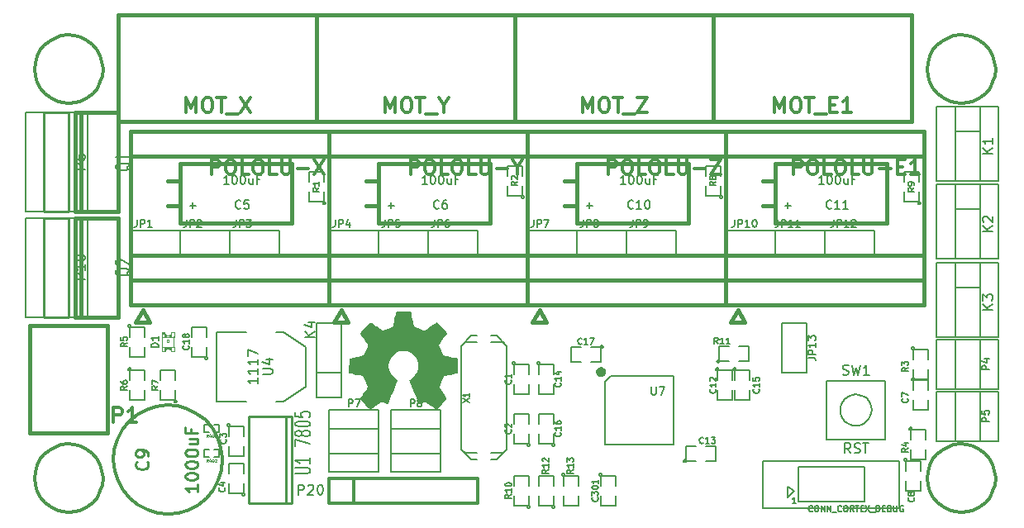
<source format=gto>
G04 (created by PCBNEW-RS274X (2012-01-19 BZR 3256)-stable) date 29/09/2012 11:03:43*
G01*
G70*
G90*
%MOIN*%
G04 Gerber Fmt 3.4, Leading zero omitted, Abs format*
%FSLAX34Y34*%
G04 APERTURE LIST*
%ADD10C,0.006000*%
%ADD11C,0.015000*%
%ADD12C,0.008000*%
%ADD13C,0.005000*%
%ADD14C,0.012000*%
%ADD15C,0.010000*%
%ADD16C,0.002600*%
%ADD17C,0.004000*%
%ADD18C,0.002000*%
%ADD19C,0.000100*%
%ADD20C,0.005500*%
%ADD21C,0.003000*%
%ADD22C,0.007500*%
G04 APERTURE END LIST*
G54D10*
G54D11*
X02000Y12250D02*
X01750Y12250D01*
X01750Y12250D02*
X01750Y16250D01*
X01750Y16250D02*
X02000Y16250D01*
X03500Y12250D02*
X02000Y12250D01*
X02000Y12250D02*
X02000Y16250D01*
X02000Y16250D02*
X03500Y16250D01*
X03500Y16250D02*
X03500Y12250D01*
X02000Y08000D02*
X01750Y08000D01*
X01750Y08000D02*
X01750Y12000D01*
X01750Y12000D02*
X02000Y12000D01*
X03500Y08000D02*
X02000Y08000D01*
X02000Y08000D02*
X02000Y12000D01*
X02000Y12000D02*
X03500Y12000D01*
X03500Y12000D02*
X03500Y08000D01*
G54D12*
X08650Y07400D02*
X07450Y07400D01*
X07450Y07400D02*
X07450Y04600D01*
X07450Y04600D02*
X08650Y04600D01*
X09850Y07400D02*
X10150Y07400D01*
X10150Y07400D02*
X11050Y06800D01*
X11050Y06800D02*
X11050Y05200D01*
X11050Y05200D02*
X10150Y04600D01*
X10150Y04600D02*
X09850Y04600D01*
G54D13*
X04000Y07650D02*
X03999Y07641D01*
X03996Y07631D01*
X03991Y07623D01*
X03985Y07615D01*
X03977Y07609D01*
X03969Y07604D01*
X03960Y07602D01*
X03950Y07601D01*
X03941Y07601D01*
X03932Y07604D01*
X03923Y07609D01*
X03916Y07615D01*
X03909Y07622D01*
X03905Y07631D01*
X03902Y07640D01*
X03901Y07650D01*
X03901Y07659D01*
X03904Y07668D01*
X03908Y07677D01*
X03915Y07684D01*
X03922Y07691D01*
X03930Y07695D01*
X03940Y07698D01*
X03949Y07699D01*
X03958Y07699D01*
X03968Y07696D01*
X03976Y07692D01*
X03984Y07686D01*
X03990Y07678D01*
X03995Y07670D01*
X03998Y07661D01*
X03999Y07651D01*
X04000Y07650D01*
X03950Y07200D02*
X03950Y07600D01*
X03950Y07600D02*
X04550Y07600D01*
X04550Y07600D02*
X04550Y07200D01*
X04550Y06800D02*
X04550Y06400D01*
X04550Y06400D02*
X03950Y06400D01*
X03950Y06400D02*
X03950Y06800D01*
X35850Y12600D02*
X35849Y12591D01*
X35846Y12581D01*
X35841Y12573D01*
X35835Y12565D01*
X35827Y12559D01*
X35819Y12554D01*
X35810Y12552D01*
X35800Y12551D01*
X35791Y12551D01*
X35782Y12554D01*
X35773Y12559D01*
X35766Y12565D01*
X35759Y12572D01*
X35755Y12581D01*
X35752Y12590D01*
X35751Y12600D01*
X35751Y12609D01*
X35754Y12618D01*
X35758Y12627D01*
X35765Y12634D01*
X35772Y12641D01*
X35780Y12645D01*
X35790Y12648D01*
X35799Y12649D01*
X35808Y12649D01*
X35818Y12646D01*
X35826Y12642D01*
X35834Y12636D01*
X35840Y12628D01*
X35845Y12620D01*
X35848Y12611D01*
X35849Y12601D01*
X35850Y12600D01*
X35800Y13050D02*
X35800Y12650D01*
X35800Y12650D02*
X35200Y12650D01*
X35200Y12650D02*
X35200Y13050D01*
X35200Y13450D02*
X35200Y13850D01*
X35200Y13850D02*
X35800Y13850D01*
X35800Y13850D02*
X35800Y13450D01*
X35500Y03500D02*
X35499Y03491D01*
X35496Y03481D01*
X35491Y03473D01*
X35485Y03465D01*
X35477Y03459D01*
X35469Y03454D01*
X35460Y03452D01*
X35450Y03451D01*
X35441Y03451D01*
X35432Y03454D01*
X35423Y03459D01*
X35416Y03465D01*
X35409Y03472D01*
X35405Y03481D01*
X35402Y03490D01*
X35401Y03500D01*
X35401Y03509D01*
X35404Y03518D01*
X35408Y03527D01*
X35415Y03534D01*
X35422Y03541D01*
X35430Y03545D01*
X35440Y03548D01*
X35449Y03549D01*
X35458Y03549D01*
X35468Y03546D01*
X35476Y03542D01*
X35484Y03536D01*
X35490Y03528D01*
X35495Y03520D01*
X35498Y03511D01*
X35499Y03501D01*
X35500Y03500D01*
X35450Y03050D02*
X35450Y03450D01*
X35450Y03450D02*
X36050Y03450D01*
X36050Y03450D02*
X36050Y03050D01*
X36050Y02650D02*
X36050Y02250D01*
X36050Y02250D02*
X35450Y02250D01*
X35450Y02250D02*
X35450Y02650D01*
X35600Y06750D02*
X35599Y06741D01*
X35596Y06731D01*
X35591Y06723D01*
X35585Y06715D01*
X35577Y06709D01*
X35569Y06704D01*
X35560Y06702D01*
X35550Y06701D01*
X35541Y06701D01*
X35532Y06704D01*
X35523Y06709D01*
X35516Y06715D01*
X35509Y06722D01*
X35505Y06731D01*
X35502Y06740D01*
X35501Y06750D01*
X35501Y06759D01*
X35504Y06768D01*
X35508Y06777D01*
X35515Y06784D01*
X35522Y06791D01*
X35530Y06795D01*
X35540Y06798D01*
X35549Y06799D01*
X35558Y06799D01*
X35568Y06796D01*
X35576Y06792D01*
X35584Y06786D01*
X35590Y06778D01*
X35595Y06770D01*
X35598Y06761D01*
X35599Y06751D01*
X35600Y06750D01*
X35550Y06300D02*
X35550Y06700D01*
X35550Y06700D02*
X36150Y06700D01*
X36150Y06700D02*
X36150Y06300D01*
X36150Y05900D02*
X36150Y05500D01*
X36150Y05500D02*
X35550Y05500D01*
X35550Y05500D02*
X35550Y05900D01*
X19850Y12850D02*
X19849Y12841D01*
X19846Y12831D01*
X19841Y12823D01*
X19835Y12815D01*
X19827Y12809D01*
X19819Y12804D01*
X19810Y12802D01*
X19800Y12801D01*
X19791Y12801D01*
X19782Y12804D01*
X19773Y12809D01*
X19766Y12815D01*
X19759Y12822D01*
X19755Y12831D01*
X19752Y12840D01*
X19751Y12850D01*
X19751Y12859D01*
X19754Y12868D01*
X19758Y12877D01*
X19765Y12884D01*
X19772Y12891D01*
X19780Y12895D01*
X19790Y12898D01*
X19799Y12899D01*
X19808Y12899D01*
X19818Y12896D01*
X19826Y12892D01*
X19834Y12886D01*
X19840Y12878D01*
X19845Y12870D01*
X19848Y12861D01*
X19849Y12851D01*
X19850Y12850D01*
X19800Y13300D02*
X19800Y12900D01*
X19800Y12900D02*
X19200Y12900D01*
X19200Y12900D02*
X19200Y13300D01*
X19200Y13700D02*
X19200Y14100D01*
X19200Y14100D02*
X19800Y14100D01*
X19800Y14100D02*
X19800Y13700D01*
X11850Y12600D02*
X11849Y12591D01*
X11846Y12581D01*
X11841Y12573D01*
X11835Y12565D01*
X11827Y12559D01*
X11819Y12554D01*
X11810Y12552D01*
X11800Y12551D01*
X11791Y12551D01*
X11782Y12554D01*
X11773Y12559D01*
X11766Y12565D01*
X11759Y12572D01*
X11755Y12581D01*
X11752Y12590D01*
X11751Y12600D01*
X11751Y12609D01*
X11754Y12618D01*
X11758Y12627D01*
X11765Y12634D01*
X11772Y12641D01*
X11780Y12645D01*
X11790Y12648D01*
X11799Y12649D01*
X11808Y12649D01*
X11818Y12646D01*
X11826Y12642D01*
X11834Y12636D01*
X11840Y12628D01*
X11845Y12620D01*
X11848Y12611D01*
X11849Y12601D01*
X11850Y12600D01*
X11800Y13050D02*
X11800Y12650D01*
X11800Y12650D02*
X11200Y12650D01*
X11200Y12650D02*
X11200Y13050D01*
X11200Y13450D02*
X11200Y13850D01*
X11200Y13850D02*
X11800Y13850D01*
X11800Y13850D02*
X11800Y13450D01*
X19500Y06150D02*
X19499Y06141D01*
X19496Y06131D01*
X19491Y06123D01*
X19485Y06115D01*
X19477Y06109D01*
X19469Y06104D01*
X19460Y06102D01*
X19450Y06101D01*
X19441Y06101D01*
X19432Y06104D01*
X19423Y06109D01*
X19416Y06115D01*
X19409Y06122D01*
X19405Y06131D01*
X19402Y06140D01*
X19401Y06150D01*
X19401Y06159D01*
X19404Y06168D01*
X19408Y06177D01*
X19415Y06184D01*
X19422Y06191D01*
X19430Y06195D01*
X19440Y06198D01*
X19449Y06199D01*
X19458Y06199D01*
X19468Y06196D01*
X19476Y06192D01*
X19484Y06186D01*
X19490Y06178D01*
X19495Y06170D01*
X19498Y06161D01*
X19499Y06151D01*
X19500Y06150D01*
X19450Y05700D02*
X19450Y06100D01*
X19450Y06100D02*
X20050Y06100D01*
X20050Y06100D02*
X20050Y05700D01*
X20050Y05300D02*
X20050Y04900D01*
X20050Y04900D02*
X19450Y04900D01*
X19450Y04900D02*
X19450Y05300D01*
X04000Y05900D02*
X03999Y05891D01*
X03996Y05881D01*
X03991Y05873D01*
X03985Y05865D01*
X03977Y05859D01*
X03969Y05854D01*
X03960Y05852D01*
X03950Y05851D01*
X03941Y05851D01*
X03932Y05854D01*
X03923Y05859D01*
X03916Y05865D01*
X03909Y05872D01*
X03905Y05881D01*
X03902Y05890D01*
X03901Y05900D01*
X03901Y05909D01*
X03904Y05918D01*
X03908Y05927D01*
X03915Y05934D01*
X03922Y05941D01*
X03930Y05945D01*
X03940Y05948D01*
X03949Y05949D01*
X03958Y05949D01*
X03968Y05946D01*
X03976Y05942D01*
X03984Y05936D01*
X03990Y05928D01*
X03995Y05920D01*
X03998Y05911D01*
X03999Y05901D01*
X04000Y05900D01*
X03950Y05450D02*
X03950Y05850D01*
X03950Y05850D02*
X04550Y05850D01*
X04550Y05850D02*
X04550Y05450D01*
X04550Y05050D02*
X04550Y04650D01*
X04550Y04650D02*
X03950Y04650D01*
X03950Y04650D02*
X03950Y05050D01*
X05850Y04600D02*
X05849Y04591D01*
X05846Y04581D01*
X05841Y04573D01*
X05835Y04565D01*
X05827Y04559D01*
X05819Y04554D01*
X05810Y04552D01*
X05800Y04551D01*
X05791Y04551D01*
X05782Y04554D01*
X05773Y04559D01*
X05766Y04565D01*
X05759Y04572D01*
X05755Y04581D01*
X05752Y04590D01*
X05751Y04600D01*
X05751Y04609D01*
X05754Y04618D01*
X05758Y04627D01*
X05765Y04634D01*
X05772Y04641D01*
X05780Y04645D01*
X05790Y04648D01*
X05799Y04649D01*
X05808Y04649D01*
X05818Y04646D01*
X05826Y04642D01*
X05834Y04636D01*
X05840Y04628D01*
X05845Y04620D01*
X05848Y04611D01*
X05849Y04601D01*
X05850Y04600D01*
X05800Y05050D02*
X05800Y04650D01*
X05800Y04650D02*
X05200Y04650D01*
X05200Y04650D02*
X05200Y05050D01*
X05200Y05450D02*
X05200Y05850D01*
X05200Y05850D02*
X05800Y05850D01*
X05800Y05850D02*
X05800Y05450D01*
X27850Y12850D02*
X27849Y12841D01*
X27846Y12831D01*
X27841Y12823D01*
X27835Y12815D01*
X27827Y12809D01*
X27819Y12804D01*
X27810Y12802D01*
X27800Y12801D01*
X27791Y12801D01*
X27782Y12804D01*
X27773Y12809D01*
X27766Y12815D01*
X27759Y12822D01*
X27755Y12831D01*
X27752Y12840D01*
X27751Y12850D01*
X27751Y12859D01*
X27754Y12868D01*
X27758Y12877D01*
X27765Y12884D01*
X27772Y12891D01*
X27780Y12895D01*
X27790Y12898D01*
X27799Y12899D01*
X27808Y12899D01*
X27818Y12896D01*
X27826Y12892D01*
X27834Y12886D01*
X27840Y12878D01*
X27845Y12870D01*
X27848Y12861D01*
X27849Y12851D01*
X27850Y12850D01*
X27800Y13300D02*
X27800Y12900D01*
X27800Y12900D02*
X27200Y12900D01*
X27200Y12900D02*
X27200Y13300D01*
X27200Y13700D02*
X27200Y14100D01*
X27200Y14100D02*
X27800Y14100D01*
X27800Y14100D02*
X27800Y13700D01*
X08600Y00850D02*
X08599Y00841D01*
X08596Y00831D01*
X08591Y00823D01*
X08585Y00815D01*
X08577Y00809D01*
X08569Y00804D01*
X08560Y00802D01*
X08550Y00801D01*
X08541Y00801D01*
X08532Y00804D01*
X08523Y00809D01*
X08516Y00815D01*
X08509Y00822D01*
X08505Y00831D01*
X08502Y00840D01*
X08501Y00850D01*
X08501Y00859D01*
X08504Y00868D01*
X08508Y00877D01*
X08515Y00884D01*
X08522Y00891D01*
X08530Y00895D01*
X08540Y00898D01*
X08549Y00899D01*
X08558Y00899D01*
X08568Y00896D01*
X08576Y00892D01*
X08584Y00886D01*
X08590Y00878D01*
X08595Y00870D01*
X08598Y00861D01*
X08599Y00851D01*
X08600Y00850D01*
X08550Y01300D02*
X08550Y00900D01*
X08550Y00900D02*
X07950Y00900D01*
X07950Y00900D02*
X07950Y01300D01*
X07950Y01700D02*
X07950Y02100D01*
X07950Y02100D02*
X08550Y02100D01*
X08550Y02100D02*
X08550Y01700D01*
X08000Y03650D02*
X07999Y03641D01*
X07996Y03631D01*
X07991Y03623D01*
X07985Y03615D01*
X07977Y03609D01*
X07969Y03604D01*
X07960Y03602D01*
X07950Y03601D01*
X07941Y03601D01*
X07932Y03604D01*
X07923Y03609D01*
X07916Y03615D01*
X07909Y03622D01*
X07905Y03631D01*
X07902Y03640D01*
X07901Y03650D01*
X07901Y03659D01*
X07904Y03668D01*
X07908Y03677D01*
X07915Y03684D01*
X07922Y03691D01*
X07930Y03695D01*
X07940Y03698D01*
X07949Y03699D01*
X07958Y03699D01*
X07968Y03696D01*
X07976Y03692D01*
X07984Y03686D01*
X07990Y03678D01*
X07995Y03670D01*
X07998Y03661D01*
X07999Y03651D01*
X08000Y03650D01*
X07950Y03200D02*
X07950Y03600D01*
X07950Y03600D02*
X08550Y03600D01*
X08550Y03600D02*
X08550Y03200D01*
X08550Y02800D02*
X08550Y02400D01*
X08550Y02400D02*
X07950Y02400D01*
X07950Y02400D02*
X07950Y02800D01*
X20100Y02850D02*
X20099Y02841D01*
X20096Y02831D01*
X20091Y02823D01*
X20085Y02815D01*
X20077Y02809D01*
X20069Y02804D01*
X20060Y02802D01*
X20050Y02801D01*
X20041Y02801D01*
X20032Y02804D01*
X20023Y02809D01*
X20016Y02815D01*
X20009Y02822D01*
X20005Y02831D01*
X20002Y02840D01*
X20001Y02850D01*
X20001Y02859D01*
X20004Y02868D01*
X20008Y02877D01*
X20015Y02884D01*
X20022Y02891D01*
X20030Y02895D01*
X20040Y02898D01*
X20049Y02899D01*
X20058Y02899D01*
X20068Y02896D01*
X20076Y02892D01*
X20084Y02886D01*
X20090Y02878D01*
X20095Y02870D01*
X20098Y02861D01*
X20099Y02851D01*
X20100Y02850D01*
X20050Y03300D02*
X20050Y02900D01*
X20050Y02900D02*
X19450Y02900D01*
X19450Y02900D02*
X19450Y03300D01*
X19450Y03700D02*
X19450Y04100D01*
X19450Y04100D02*
X20050Y04100D01*
X20050Y04100D02*
X20050Y03700D01*
G54D10*
X04000Y10500D02*
X04000Y11500D01*
X04000Y11500D02*
X06000Y11500D01*
X06000Y11500D02*
X06000Y10500D01*
X06000Y10500D02*
X04000Y10500D01*
X08000Y11500D02*
X08000Y10500D01*
X08000Y10500D02*
X06000Y10500D01*
X06000Y10500D02*
X06000Y11500D01*
X06000Y11500D02*
X08000Y11500D01*
X10000Y11500D02*
X10000Y10500D01*
X10000Y10500D02*
X08000Y10500D01*
X08000Y10500D02*
X08000Y11500D01*
X08000Y11500D02*
X10000Y11500D01*
X12000Y10500D02*
X12000Y11500D01*
X12000Y11500D02*
X14000Y11500D01*
X14000Y11500D02*
X14000Y10500D01*
X14000Y10500D02*
X12000Y10500D01*
X16000Y11500D02*
X16000Y10500D01*
X16000Y10500D02*
X14000Y10500D01*
X14000Y10500D02*
X14000Y11500D01*
X14000Y11500D02*
X16000Y11500D01*
X18000Y11500D02*
X18000Y10500D01*
X18000Y10500D02*
X16000Y10500D01*
X16000Y10500D02*
X16000Y11500D01*
X16000Y11500D02*
X18000Y11500D01*
X20000Y10500D02*
X20000Y11500D01*
X20000Y11500D02*
X22000Y11500D01*
X22000Y11500D02*
X22000Y10500D01*
X22000Y10500D02*
X20000Y10500D01*
X24000Y11500D02*
X24000Y10500D01*
X24000Y10500D02*
X22000Y10500D01*
X22000Y10500D02*
X22000Y11500D01*
X22000Y11500D02*
X24000Y11500D01*
X26000Y11500D02*
X26000Y10500D01*
X26000Y10500D02*
X24000Y10500D01*
X24000Y10500D02*
X24000Y11500D01*
X24000Y11500D02*
X26000Y11500D01*
X28000Y10500D02*
X28000Y11500D01*
X28000Y11500D02*
X30000Y11500D01*
X30000Y11500D02*
X30000Y10500D01*
X30000Y10500D02*
X28000Y10500D01*
X34000Y11500D02*
X34000Y10500D01*
X34000Y10500D02*
X32000Y10500D01*
X32000Y10500D02*
X32000Y11500D01*
X32000Y11500D02*
X34000Y11500D01*
X32000Y11500D02*
X32000Y10500D01*
X32000Y10500D02*
X30000Y10500D01*
X30000Y10500D02*
X30000Y11500D01*
X30000Y11500D02*
X32000Y11500D01*
G54D14*
X12000Y00500D02*
X12000Y01500D01*
X12000Y01500D02*
X18000Y01500D01*
X18000Y01500D02*
X18000Y00500D01*
X18000Y00500D02*
X12000Y00500D01*
X13000Y00500D02*
X13000Y01500D01*
G54D15*
X10250Y04000D02*
X10500Y04000D01*
X10500Y04000D02*
X10500Y00500D01*
X10500Y00500D02*
X10250Y00500D01*
X08750Y04000D02*
X10250Y04000D01*
X10250Y04000D02*
X10250Y00500D01*
X10250Y00500D02*
X08750Y00500D01*
X08750Y00500D02*
X08750Y04000D01*
G54D12*
X23127Y05785D02*
X23123Y05754D01*
X23114Y05724D01*
X23099Y05696D01*
X23079Y05671D01*
X23055Y05651D01*
X23027Y05636D01*
X22997Y05627D01*
X22966Y05624D01*
X22935Y05626D01*
X22905Y05635D01*
X22877Y05650D01*
X22852Y05670D01*
X22832Y05694D01*
X22817Y05722D01*
X22807Y05752D01*
X22804Y05783D01*
X22806Y05814D01*
X22815Y05844D01*
X22829Y05872D01*
X22849Y05897D01*
X22873Y05918D01*
X22901Y05933D01*
X22931Y05943D01*
X22962Y05946D01*
X22993Y05944D01*
X23023Y05936D01*
X23051Y05921D01*
X23076Y05902D01*
X23097Y05878D01*
X23112Y05850D01*
X23122Y05820D01*
X23126Y05789D01*
X23127Y05785D01*
X23004Y05785D02*
X23003Y05778D01*
X23001Y05771D01*
X22997Y05764D01*
X22992Y05758D01*
X22986Y05753D01*
X22980Y05750D01*
X22972Y05747D01*
X22965Y05747D01*
X22958Y05747D01*
X22951Y05749D01*
X22944Y05753D01*
X22938Y05758D01*
X22933Y05763D01*
X22930Y05770D01*
X22927Y05777D01*
X22927Y05785D01*
X22927Y05792D01*
X22929Y05799D01*
X22933Y05806D01*
X22937Y05812D01*
X22943Y05817D01*
X22950Y05820D01*
X22957Y05823D01*
X22965Y05823D01*
X22971Y05823D01*
X22979Y05821D01*
X22985Y05817D01*
X22991Y05813D01*
X22996Y05807D01*
X23000Y05800D01*
X23003Y05793D01*
X23003Y05786D01*
X23004Y05785D01*
X23076Y05785D02*
X23073Y05764D01*
X23067Y05743D01*
X23057Y05724D01*
X23043Y05707D01*
X23027Y05693D01*
X23008Y05683D01*
X22987Y05677D01*
X22965Y05675D01*
X22945Y05676D01*
X22924Y05683D01*
X22905Y05693D01*
X22888Y05706D01*
X22874Y05723D01*
X22863Y05742D01*
X22857Y05762D01*
X22855Y05784D01*
X22856Y05805D01*
X22862Y05825D01*
X22872Y05845D01*
X22886Y05862D01*
X22902Y05876D01*
X22921Y05886D01*
X22942Y05893D01*
X22963Y05895D01*
X22984Y05894D01*
X23005Y05888D01*
X23024Y05878D01*
X23041Y05865D01*
X23055Y05848D01*
X23066Y05830D01*
X23073Y05809D01*
X23075Y05788D01*
X23076Y05785D01*
X23358Y05628D02*
X25878Y05628D01*
X25878Y05628D02*
X25878Y02872D01*
X25878Y02872D02*
X23122Y02872D01*
X23122Y02872D02*
X23122Y05392D01*
X23358Y05628D02*
X23122Y05392D01*
G54D13*
X33879Y04250D02*
X33867Y04128D01*
X33831Y04010D01*
X33773Y03902D01*
X33696Y03807D01*
X33601Y03728D01*
X33493Y03670D01*
X33375Y03633D01*
X33253Y03621D01*
X33131Y03632D01*
X33013Y03666D01*
X32905Y03723D01*
X32809Y03800D01*
X32730Y03895D01*
X32670Y04002D01*
X32633Y04120D01*
X32620Y04242D01*
X32630Y04363D01*
X32664Y04481D01*
X32720Y04591D01*
X32796Y04687D01*
X32890Y04767D01*
X32997Y04827D01*
X33114Y04865D01*
X33236Y04879D01*
X33358Y04870D01*
X33476Y04837D01*
X33586Y04781D01*
X33683Y04706D01*
X33763Y04613D01*
X33824Y04506D01*
X33863Y04389D01*
X33878Y04267D01*
X33879Y04250D01*
X32068Y05431D02*
X32068Y03069D01*
X32069Y03069D02*
X34431Y03069D01*
X34431Y03070D02*
X34431Y05432D01*
X34431Y05431D02*
X32069Y05431D01*
X27700Y05900D02*
X27699Y05891D01*
X27696Y05881D01*
X27691Y05873D01*
X27685Y05865D01*
X27677Y05859D01*
X27669Y05854D01*
X27660Y05852D01*
X27650Y05851D01*
X27641Y05851D01*
X27632Y05854D01*
X27623Y05859D01*
X27616Y05865D01*
X27609Y05872D01*
X27605Y05881D01*
X27602Y05890D01*
X27601Y05900D01*
X27601Y05909D01*
X27604Y05918D01*
X27608Y05927D01*
X27615Y05934D01*
X27622Y05941D01*
X27630Y05945D01*
X27640Y05948D01*
X27649Y05949D01*
X27658Y05949D01*
X27668Y05946D01*
X27676Y05942D01*
X27684Y05936D01*
X27690Y05928D01*
X27695Y05920D01*
X27698Y05911D01*
X27699Y05901D01*
X27700Y05900D01*
X27650Y05450D02*
X27650Y05850D01*
X27650Y05850D02*
X28250Y05850D01*
X28250Y05850D02*
X28250Y05450D01*
X28250Y05050D02*
X28250Y04650D01*
X28250Y04650D02*
X27650Y04650D01*
X27650Y04650D02*
X27650Y05050D01*
X26400Y02200D02*
X26399Y02191D01*
X26396Y02181D01*
X26391Y02173D01*
X26385Y02165D01*
X26377Y02159D01*
X26369Y02154D01*
X26360Y02152D01*
X26350Y02151D01*
X26341Y02151D01*
X26332Y02154D01*
X26323Y02159D01*
X26316Y02165D01*
X26309Y02172D01*
X26305Y02181D01*
X26302Y02190D01*
X26301Y02200D01*
X26301Y02209D01*
X26304Y02218D01*
X26308Y02227D01*
X26315Y02234D01*
X26322Y02241D01*
X26330Y02245D01*
X26340Y02248D01*
X26349Y02249D01*
X26358Y02249D01*
X26368Y02246D01*
X26376Y02242D01*
X26384Y02236D01*
X26390Y02228D01*
X26395Y02220D01*
X26398Y02211D01*
X26399Y02201D01*
X26400Y02200D01*
X26800Y02200D02*
X26400Y02200D01*
X26400Y02200D02*
X26400Y02800D01*
X26400Y02800D02*
X26800Y02800D01*
X27200Y02800D02*
X27600Y02800D01*
X27600Y02800D02*
X27600Y02200D01*
X27600Y02200D02*
X27200Y02200D01*
X20500Y06150D02*
X20499Y06141D01*
X20496Y06131D01*
X20491Y06123D01*
X20485Y06115D01*
X20477Y06109D01*
X20469Y06104D01*
X20460Y06102D01*
X20450Y06101D01*
X20441Y06101D01*
X20432Y06104D01*
X20423Y06109D01*
X20416Y06115D01*
X20409Y06122D01*
X20405Y06131D01*
X20402Y06140D01*
X20401Y06150D01*
X20401Y06159D01*
X20404Y06168D01*
X20408Y06177D01*
X20415Y06184D01*
X20422Y06191D01*
X20430Y06195D01*
X20440Y06198D01*
X20449Y06199D01*
X20458Y06199D01*
X20468Y06196D01*
X20476Y06192D01*
X20484Y06186D01*
X20490Y06178D01*
X20495Y06170D01*
X20498Y06161D01*
X20499Y06151D01*
X20500Y06150D01*
X20450Y05700D02*
X20450Y06100D01*
X20450Y06100D02*
X21050Y06100D01*
X21050Y06100D02*
X21050Y05700D01*
X21050Y05300D02*
X21050Y04900D01*
X21050Y04900D02*
X20450Y04900D01*
X20450Y04900D02*
X20450Y05300D01*
X28400Y05900D02*
X28399Y05891D01*
X28396Y05881D01*
X28391Y05873D01*
X28385Y05865D01*
X28377Y05859D01*
X28369Y05854D01*
X28360Y05852D01*
X28350Y05851D01*
X28341Y05851D01*
X28332Y05854D01*
X28323Y05859D01*
X28316Y05865D01*
X28309Y05872D01*
X28305Y05881D01*
X28302Y05890D01*
X28301Y05900D01*
X28301Y05909D01*
X28304Y05918D01*
X28308Y05927D01*
X28315Y05934D01*
X28322Y05941D01*
X28330Y05945D01*
X28340Y05948D01*
X28349Y05949D01*
X28358Y05949D01*
X28368Y05946D01*
X28376Y05942D01*
X28384Y05936D01*
X28390Y05928D01*
X28395Y05920D01*
X28398Y05911D01*
X28399Y05901D01*
X28400Y05900D01*
X28350Y05450D02*
X28350Y05850D01*
X28350Y05850D02*
X28950Y05850D01*
X28950Y05850D02*
X28950Y05450D01*
X28950Y05050D02*
X28950Y04650D01*
X28950Y04650D02*
X28350Y04650D01*
X28350Y04650D02*
X28350Y05050D01*
X21100Y02850D02*
X21099Y02841D01*
X21096Y02831D01*
X21091Y02823D01*
X21085Y02815D01*
X21077Y02809D01*
X21069Y02804D01*
X21060Y02802D01*
X21050Y02801D01*
X21041Y02801D01*
X21032Y02804D01*
X21023Y02809D01*
X21016Y02815D01*
X21009Y02822D01*
X21005Y02831D01*
X21002Y02840D01*
X21001Y02850D01*
X21001Y02859D01*
X21004Y02868D01*
X21008Y02877D01*
X21015Y02884D01*
X21022Y02891D01*
X21030Y02895D01*
X21040Y02898D01*
X21049Y02899D01*
X21058Y02899D01*
X21068Y02896D01*
X21076Y02892D01*
X21084Y02886D01*
X21090Y02878D01*
X21095Y02870D01*
X21098Y02861D01*
X21099Y02851D01*
X21100Y02850D01*
X21050Y03300D02*
X21050Y02900D01*
X21050Y02900D02*
X20450Y02900D01*
X20450Y02900D02*
X20450Y03300D01*
X20450Y03700D02*
X20450Y04100D01*
X20450Y04100D02*
X21050Y04100D01*
X21050Y04100D02*
X21050Y03700D01*
X23050Y06800D02*
X23049Y06791D01*
X23046Y06781D01*
X23041Y06773D01*
X23035Y06765D01*
X23027Y06759D01*
X23019Y06754D01*
X23010Y06752D01*
X23000Y06751D01*
X22991Y06751D01*
X22982Y06754D01*
X22973Y06759D01*
X22966Y06765D01*
X22959Y06772D01*
X22955Y06781D01*
X22952Y06790D01*
X22951Y06800D01*
X22951Y06809D01*
X22954Y06818D01*
X22958Y06827D01*
X22965Y06834D01*
X22972Y06841D01*
X22980Y06845D01*
X22990Y06848D01*
X22999Y06849D01*
X23008Y06849D01*
X23018Y06846D01*
X23026Y06842D01*
X23034Y06836D01*
X23040Y06828D01*
X23045Y06820D01*
X23048Y06811D01*
X23049Y06801D01*
X23050Y06800D01*
X22550Y06800D02*
X22950Y06800D01*
X22950Y06800D02*
X22950Y06200D01*
X22950Y06200D02*
X22550Y06200D01*
X22150Y06200D02*
X21750Y06200D01*
X21750Y06200D02*
X21750Y06800D01*
X21750Y06800D02*
X22150Y06800D01*
X20100Y00350D02*
X20099Y00341D01*
X20096Y00331D01*
X20091Y00323D01*
X20085Y00315D01*
X20077Y00309D01*
X20069Y00304D01*
X20060Y00302D01*
X20050Y00301D01*
X20041Y00301D01*
X20032Y00304D01*
X20023Y00309D01*
X20016Y00315D01*
X20009Y00322D01*
X20005Y00331D01*
X20002Y00340D01*
X20001Y00350D01*
X20001Y00359D01*
X20004Y00368D01*
X20008Y00377D01*
X20015Y00384D01*
X20022Y00391D01*
X20030Y00395D01*
X20040Y00398D01*
X20049Y00399D01*
X20058Y00399D01*
X20068Y00396D01*
X20076Y00392D01*
X20084Y00386D01*
X20090Y00378D01*
X20095Y00370D01*
X20098Y00361D01*
X20099Y00351D01*
X20100Y00350D01*
X20050Y00800D02*
X20050Y00400D01*
X20050Y00400D02*
X19450Y00400D01*
X19450Y00400D02*
X19450Y00800D01*
X19450Y01200D02*
X19450Y01600D01*
X19450Y01600D02*
X20050Y01600D01*
X20050Y01600D02*
X20050Y01200D01*
X27740Y06220D02*
X27739Y06211D01*
X27736Y06201D01*
X27731Y06193D01*
X27725Y06185D01*
X27717Y06179D01*
X27709Y06174D01*
X27700Y06172D01*
X27690Y06171D01*
X27681Y06171D01*
X27672Y06174D01*
X27663Y06179D01*
X27656Y06185D01*
X27649Y06192D01*
X27645Y06201D01*
X27642Y06210D01*
X27641Y06220D01*
X27641Y06229D01*
X27644Y06238D01*
X27648Y06247D01*
X27655Y06254D01*
X27662Y06261D01*
X27670Y06265D01*
X27680Y06268D01*
X27689Y06269D01*
X27698Y06269D01*
X27708Y06266D01*
X27716Y06262D01*
X27724Y06256D01*
X27730Y06248D01*
X27735Y06240D01*
X27738Y06231D01*
X27739Y06221D01*
X27740Y06220D01*
X28140Y06220D02*
X27740Y06220D01*
X27740Y06220D02*
X27740Y06820D01*
X27740Y06820D02*
X28140Y06820D01*
X28540Y06820D02*
X28940Y06820D01*
X28940Y06820D02*
X28940Y06220D01*
X28940Y06220D02*
X28540Y06220D01*
X21100Y00350D02*
X21099Y00341D01*
X21096Y00331D01*
X21091Y00323D01*
X21085Y00315D01*
X21077Y00309D01*
X21069Y00304D01*
X21060Y00302D01*
X21050Y00301D01*
X21041Y00301D01*
X21032Y00304D01*
X21023Y00309D01*
X21016Y00315D01*
X21009Y00322D01*
X21005Y00331D01*
X21002Y00340D01*
X21001Y00350D01*
X21001Y00359D01*
X21004Y00368D01*
X21008Y00377D01*
X21015Y00384D01*
X21022Y00391D01*
X21030Y00395D01*
X21040Y00398D01*
X21049Y00399D01*
X21058Y00399D01*
X21068Y00396D01*
X21076Y00392D01*
X21084Y00386D01*
X21090Y00378D01*
X21095Y00370D01*
X21098Y00361D01*
X21099Y00351D01*
X21100Y00350D01*
X21050Y00800D02*
X21050Y00400D01*
X21050Y00400D02*
X20450Y00400D01*
X20450Y00400D02*
X20450Y00800D01*
X20450Y01200D02*
X20450Y01600D01*
X20450Y01600D02*
X21050Y01600D01*
X21050Y01600D02*
X21050Y01200D01*
X21500Y01650D02*
X21499Y01641D01*
X21496Y01631D01*
X21491Y01623D01*
X21485Y01615D01*
X21477Y01609D01*
X21469Y01604D01*
X21460Y01602D01*
X21450Y01601D01*
X21441Y01601D01*
X21432Y01604D01*
X21423Y01609D01*
X21416Y01615D01*
X21409Y01622D01*
X21405Y01631D01*
X21402Y01640D01*
X21401Y01650D01*
X21401Y01659D01*
X21404Y01668D01*
X21408Y01677D01*
X21415Y01684D01*
X21422Y01691D01*
X21430Y01695D01*
X21440Y01698D01*
X21449Y01699D01*
X21458Y01699D01*
X21468Y01696D01*
X21476Y01692D01*
X21484Y01686D01*
X21490Y01678D01*
X21495Y01670D01*
X21498Y01661D01*
X21499Y01651D01*
X21500Y01650D01*
X21450Y01200D02*
X21450Y01600D01*
X21450Y01600D02*
X22050Y01600D01*
X22050Y01600D02*
X22050Y01200D01*
X22050Y00800D02*
X22050Y00400D01*
X22050Y00400D02*
X21450Y00400D01*
X21450Y00400D02*
X21450Y00800D01*
G54D12*
X30754Y00974D02*
X30478Y00738D01*
X30478Y00738D02*
X30478Y01171D01*
X30478Y01171D02*
X30754Y00974D01*
X33580Y01950D02*
X30920Y01950D01*
X33580Y00550D02*
X30920Y00550D01*
X33580Y01950D02*
X33580Y00550D01*
X30920Y00550D02*
X30920Y01950D01*
X31778Y00305D02*
X31423Y00305D01*
X32722Y00305D02*
X33037Y00305D01*
X31463Y00305D02*
X29494Y00305D01*
X35006Y00305D02*
X33037Y00305D01*
X29494Y02195D02*
X35006Y02195D01*
X35006Y00305D02*
X35006Y02195D01*
X29494Y00305D02*
X29494Y02195D01*
G54D10*
X30250Y07750D02*
X31250Y07750D01*
X31250Y07750D02*
X31250Y05750D01*
X31250Y05750D02*
X30250Y05750D01*
X30250Y05750D02*
X30250Y07750D01*
G54D13*
X35600Y05500D02*
X35599Y05491D01*
X35596Y05481D01*
X35591Y05473D01*
X35585Y05465D01*
X35577Y05459D01*
X35569Y05454D01*
X35560Y05452D01*
X35550Y05451D01*
X35541Y05451D01*
X35532Y05454D01*
X35523Y05459D01*
X35516Y05465D01*
X35509Y05472D01*
X35505Y05481D01*
X35502Y05490D01*
X35501Y05500D01*
X35501Y05509D01*
X35504Y05518D01*
X35508Y05527D01*
X35515Y05534D01*
X35522Y05541D01*
X35530Y05545D01*
X35540Y05548D01*
X35549Y05549D01*
X35558Y05549D01*
X35568Y05546D01*
X35576Y05542D01*
X35584Y05536D01*
X35590Y05528D01*
X35595Y05520D01*
X35598Y05511D01*
X35599Y05501D01*
X35600Y05500D01*
X35550Y05050D02*
X35550Y05450D01*
X35550Y05450D02*
X36150Y05450D01*
X36150Y05450D02*
X36150Y05050D01*
X36150Y04650D02*
X36150Y04250D01*
X36150Y04250D02*
X35550Y04250D01*
X35550Y04250D02*
X35550Y04650D01*
X35300Y02250D02*
X35299Y02241D01*
X35296Y02231D01*
X35291Y02223D01*
X35285Y02215D01*
X35277Y02209D01*
X35269Y02204D01*
X35260Y02202D01*
X35250Y02201D01*
X35241Y02201D01*
X35232Y02204D01*
X35223Y02209D01*
X35216Y02215D01*
X35209Y02222D01*
X35205Y02231D01*
X35202Y02240D01*
X35201Y02250D01*
X35201Y02259D01*
X35204Y02268D01*
X35208Y02277D01*
X35215Y02284D01*
X35222Y02291D01*
X35230Y02295D01*
X35240Y02298D01*
X35249Y02299D01*
X35258Y02299D01*
X35268Y02296D01*
X35276Y02292D01*
X35284Y02286D01*
X35290Y02278D01*
X35295Y02270D01*
X35298Y02261D01*
X35299Y02251D01*
X35300Y02250D01*
X35250Y01800D02*
X35250Y02200D01*
X35250Y02200D02*
X35850Y02200D01*
X35850Y02200D02*
X35850Y01800D01*
X35850Y01400D02*
X35850Y01000D01*
X35850Y01000D02*
X35250Y01000D01*
X35250Y01000D02*
X35250Y01400D01*
G54D14*
X07695Y02250D02*
X07653Y01824D01*
X07529Y01414D01*
X07328Y01036D01*
X07057Y00704D01*
X06727Y00431D01*
X06350Y00227D01*
X05941Y00100D01*
X05515Y00056D01*
X05089Y00094D01*
X04678Y00215D01*
X04299Y00414D01*
X03965Y00682D01*
X03689Y01010D01*
X03483Y01386D01*
X03353Y01794D01*
X03306Y02220D01*
X03342Y02646D01*
X03460Y03058D01*
X03655Y03439D01*
X03922Y03774D01*
X04248Y04052D01*
X04622Y04261D01*
X05029Y04393D01*
X05455Y04444D01*
X05881Y04411D01*
X06293Y04296D01*
X06676Y04103D01*
X07013Y03839D01*
X07293Y03515D01*
X07505Y03142D01*
X07640Y02736D01*
X07694Y02311D01*
X07695Y02250D01*
G54D12*
X19175Y02663D02*
X18762Y02250D01*
X18762Y02250D02*
X18526Y02250D01*
X17325Y02663D02*
X17738Y02250D01*
X17738Y02250D02*
X17974Y02250D01*
X19175Y06837D02*
X18762Y07250D01*
X18762Y07250D02*
X18526Y07250D01*
X17325Y06837D02*
X17738Y07250D01*
X17738Y07250D02*
X17974Y07250D01*
X17325Y02663D02*
X17325Y06837D01*
X19175Y02663D02*
X19175Y06837D01*
X19018Y02506D02*
X18526Y02506D01*
X17482Y02506D02*
X17974Y02506D01*
X17482Y06994D02*
X17974Y06994D01*
X19018Y06994D02*
X18526Y06994D01*
X19175Y06837D02*
X19018Y06994D01*
X19018Y02506D02*
X19175Y02663D01*
X17325Y02663D02*
X17482Y02506D01*
X17325Y06837D02*
X17482Y06994D01*
G54D11*
X11500Y20200D02*
X03500Y20200D01*
X11500Y15900D02*
X03500Y15900D01*
X03500Y20200D02*
X03500Y15900D01*
X11500Y20200D02*
X11500Y15900D01*
X19500Y20200D02*
X11500Y20200D01*
X19500Y15900D02*
X11500Y15900D01*
X11500Y20200D02*
X11500Y15900D01*
X19500Y20200D02*
X19500Y15900D01*
X35500Y20200D02*
X27500Y20200D01*
X35500Y15900D02*
X27500Y15900D01*
X27500Y20200D02*
X27500Y15900D01*
X35500Y20200D02*
X35500Y15900D01*
X27500Y20200D02*
X19500Y20200D01*
X27500Y15900D02*
X19500Y15900D01*
X19500Y20200D02*
X19500Y15900D01*
X27500Y20200D02*
X27500Y15900D01*
X-00075Y07665D02*
X03075Y07665D01*
X03075Y07665D02*
X03075Y03335D01*
X03075Y03335D02*
X-00075Y03335D01*
X-00075Y03335D02*
X-00075Y07665D01*
G54D13*
X07100Y06350D02*
X07099Y06341D01*
X07096Y06331D01*
X07091Y06323D01*
X07085Y06315D01*
X07077Y06309D01*
X07069Y06304D01*
X07060Y06302D01*
X07050Y06301D01*
X07041Y06301D01*
X07032Y06304D01*
X07023Y06309D01*
X07016Y06315D01*
X07009Y06322D01*
X07005Y06331D01*
X07002Y06340D01*
X07001Y06350D01*
X07001Y06359D01*
X07004Y06368D01*
X07008Y06377D01*
X07015Y06384D01*
X07022Y06391D01*
X07030Y06395D01*
X07040Y06398D01*
X07049Y06399D01*
X07058Y06399D01*
X07068Y06396D01*
X07076Y06392D01*
X07084Y06386D01*
X07090Y06378D01*
X07095Y06370D01*
X07098Y06361D01*
X07099Y06351D01*
X07100Y06350D01*
X07050Y06800D02*
X07050Y06400D01*
X07050Y06400D02*
X06450Y06400D01*
X06450Y06400D02*
X06450Y06800D01*
X06450Y07200D02*
X06450Y07600D01*
X06450Y07600D02*
X07050Y07600D01*
X07050Y07600D02*
X07050Y07200D01*
G54D16*
X05618Y07196D02*
X05746Y07196D01*
X05746Y07196D02*
X05746Y07393D01*
X05618Y07393D02*
X05746Y07393D01*
X05618Y07196D02*
X05618Y07393D01*
X05373Y07196D02*
X05432Y07196D01*
X05432Y07196D02*
X05432Y07295D01*
X05373Y07295D02*
X05432Y07295D01*
X05373Y07196D02*
X05373Y07295D01*
X05568Y07196D02*
X05627Y07196D01*
X05627Y07196D02*
X05627Y07295D01*
X05568Y07295D02*
X05627Y07295D01*
X05568Y07196D02*
X05568Y07295D01*
X05422Y07196D02*
X05578Y07196D01*
X05578Y07196D02*
X05578Y07265D01*
X05422Y07265D02*
X05578Y07265D01*
X05422Y07196D02*
X05422Y07265D01*
X05618Y06607D02*
X05746Y06607D01*
X05746Y06607D02*
X05746Y06804D01*
X05618Y06804D02*
X05746Y06804D01*
X05618Y06607D02*
X05618Y06804D01*
X05254Y06607D02*
X05382Y06607D01*
X05382Y06607D02*
X05382Y06804D01*
X05254Y06804D02*
X05382Y06804D01*
X05254Y06607D02*
X05254Y06804D01*
X05568Y06705D02*
X05627Y06705D01*
X05627Y06705D02*
X05627Y06804D01*
X05568Y06804D02*
X05627Y06804D01*
X05568Y06705D02*
X05568Y06804D01*
X05373Y06705D02*
X05432Y06705D01*
X05432Y06705D02*
X05432Y06804D01*
X05373Y06804D02*
X05432Y06804D01*
X05373Y06705D02*
X05373Y06804D01*
X05422Y06735D02*
X05578Y06735D01*
X05578Y06735D02*
X05578Y06804D01*
X05422Y06804D02*
X05578Y06804D01*
X05422Y06735D02*
X05422Y06804D01*
X05461Y07000D02*
X05539Y07000D01*
X05539Y07000D02*
X05539Y07078D01*
X05461Y07078D02*
X05539Y07078D01*
X05461Y07000D02*
X05461Y07078D01*
X05264Y07196D02*
X05382Y07196D01*
X05382Y07196D02*
X05382Y07314D01*
X05264Y07314D02*
X05382Y07314D01*
X05264Y07196D02*
X05264Y07314D01*
X05254Y07364D02*
X05343Y07364D01*
X05343Y07364D02*
X05343Y07393D01*
X05254Y07393D02*
X05343Y07393D01*
X05254Y07364D02*
X05254Y07393D01*
G54D17*
X05726Y07206D02*
X05726Y06794D01*
X05274Y06804D02*
X05274Y07364D01*
G54D18*
X05351Y07334D02*
X05350Y07329D01*
X05348Y07324D01*
X05346Y07319D01*
X05342Y07315D01*
X05338Y07311D01*
X05333Y07309D01*
X05328Y07307D01*
X05323Y07307D01*
X05318Y07307D01*
X05313Y07309D01*
X05308Y07311D01*
X05304Y07314D01*
X05300Y07319D01*
X05298Y07323D01*
X05296Y07329D01*
X05296Y07334D01*
X05296Y07339D01*
X05297Y07344D01*
X05300Y07349D01*
X05303Y07353D01*
X05308Y07356D01*
X05312Y07359D01*
X05317Y07361D01*
X05323Y07361D01*
X05327Y07361D01*
X05333Y07360D01*
X05338Y07357D01*
X05342Y07354D01*
X05345Y07350D01*
X05348Y07345D01*
X05350Y07340D01*
X05350Y07334D01*
X05351Y07334D01*
G54D17*
X05363Y07393D02*
X05364Y07382D01*
X05366Y07370D01*
X05368Y07358D01*
X05372Y07347D01*
X05376Y07336D01*
X05382Y07325D01*
X05388Y07315D01*
X05396Y07305D01*
X05404Y07297D01*
X05412Y07289D01*
X05422Y07281D01*
X05432Y07275D01*
X05443Y07269D01*
X05454Y07265D01*
X05465Y07261D01*
X05477Y07259D01*
X05489Y07257D01*
X05500Y07256D01*
X05511Y07257D01*
X05523Y07259D01*
X05535Y07261D01*
X05546Y07265D01*
X05557Y07269D01*
X05568Y07275D01*
X05578Y07281D01*
X05588Y07289D01*
X05596Y07297D01*
X05604Y07305D01*
X05612Y07315D01*
X05618Y07325D01*
X05624Y07336D01*
X05628Y07347D01*
X05632Y07358D01*
X05634Y07370D01*
X05636Y07382D01*
X05637Y07393D01*
X05637Y06607D02*
X05636Y06618D01*
X05634Y06630D01*
X05632Y06642D01*
X05628Y06653D01*
X05624Y06664D01*
X05618Y06675D01*
X05612Y06685D01*
X05604Y06695D01*
X05596Y06703D01*
X05588Y06711D01*
X05578Y06719D01*
X05568Y06725D01*
X05557Y06731D01*
X05546Y06735D01*
X05535Y06739D01*
X05523Y06741D01*
X05511Y06743D01*
X05500Y06744D01*
X05489Y06743D01*
X05477Y06741D01*
X05465Y06739D01*
X05454Y06735D01*
X05443Y06731D01*
X05432Y06725D01*
X05422Y06719D01*
X05412Y06711D01*
X05404Y06703D01*
X05396Y06695D01*
X05388Y06685D01*
X05382Y06675D01*
X05376Y06664D01*
X05372Y06653D01*
X05368Y06642D01*
X05366Y06630D01*
X05364Y06618D01*
X05363Y06607D01*
G54D10*
X12500Y04750D02*
X11500Y04750D01*
X11500Y04750D02*
X11500Y07750D01*
X11500Y07750D02*
X12500Y07750D01*
X12500Y07750D02*
X12500Y04750D01*
X11500Y05750D02*
X12500Y05750D01*
G54D12*
X02250Y16250D02*
X-00250Y16250D01*
X-00250Y16250D02*
X-00250Y12250D01*
X-00250Y12250D02*
X02250Y12250D01*
X02250Y12250D02*
X02250Y16250D01*
G54D15*
X00500Y12250D02*
X00500Y16250D01*
X01500Y12250D02*
X01500Y16250D01*
X01500Y16250D02*
X00500Y16250D01*
X00500Y12250D02*
X01500Y12250D01*
G54D12*
X02250Y12000D02*
X-00250Y12000D01*
X-00250Y12000D02*
X-00250Y08000D01*
X-00250Y08000D02*
X02250Y08000D01*
X02250Y08000D02*
X02250Y12000D01*
G54D15*
X00500Y08000D02*
X00500Y12000D01*
X01500Y08000D02*
X01500Y12000D01*
X01500Y12000D02*
X00500Y12000D01*
X00500Y08000D02*
X01500Y08000D01*
G54D12*
X36500Y10200D02*
X36500Y07200D01*
X36500Y07200D02*
X39000Y07200D01*
X39000Y07200D02*
X39000Y10200D01*
X36500Y10200D02*
X39000Y10200D01*
G54D10*
X38250Y10200D02*
X38250Y07200D01*
X38250Y07200D02*
X37250Y07200D01*
X37250Y07200D02*
X37250Y10200D01*
X38250Y09200D02*
X37250Y09200D01*
G54D12*
X36500Y13350D02*
X36500Y10350D01*
X36500Y10350D02*
X39000Y10350D01*
X39000Y10350D02*
X39000Y13350D01*
X36500Y13350D02*
X39000Y13350D01*
G54D10*
X38250Y13350D02*
X38250Y10350D01*
X38250Y10350D02*
X37250Y10350D01*
X37250Y10350D02*
X37250Y13350D01*
X38250Y12350D02*
X37250Y12350D01*
G54D12*
X36500Y16500D02*
X36500Y13500D01*
X36500Y13500D02*
X39000Y13500D01*
X39000Y13500D02*
X39000Y16500D01*
X36500Y16500D02*
X39000Y16500D01*
G54D10*
X38250Y16500D02*
X38250Y13500D01*
X38250Y13500D02*
X37250Y13500D01*
X37250Y13500D02*
X37250Y16500D01*
X38250Y15500D02*
X37250Y15500D01*
G54D12*
X39000Y07100D02*
X36500Y07100D01*
X36500Y07100D02*
X36500Y05100D01*
X36500Y05100D02*
X39000Y05100D01*
X39000Y05100D02*
X39000Y07100D01*
G54D10*
X37250Y07100D02*
X38250Y07100D01*
X38250Y07100D02*
X38250Y05100D01*
X38250Y05100D02*
X37250Y05100D01*
X37250Y05100D02*
X37250Y07100D01*
G54D12*
X39000Y05000D02*
X36500Y05000D01*
X36500Y05000D02*
X36500Y03000D01*
X36500Y03000D02*
X39000Y03000D01*
X39000Y03000D02*
X39000Y05000D01*
G54D10*
X37250Y05000D02*
X38250Y05000D01*
X38250Y05000D02*
X38250Y03000D01*
X38250Y03000D02*
X37250Y03000D01*
X37250Y03000D02*
X37250Y05000D01*
G54D12*
X14000Y01750D02*
X14000Y04250D01*
X14000Y04250D02*
X12000Y04250D01*
X12000Y04250D02*
X12000Y01750D01*
X12000Y01750D02*
X14000Y01750D01*
G54D10*
X14000Y03500D02*
X14000Y02500D01*
X14000Y02500D02*
X12000Y02500D01*
X12000Y02500D02*
X12000Y03500D01*
X12000Y03500D02*
X14000Y03500D01*
G54D12*
X16500Y01750D02*
X16500Y04250D01*
X16500Y04250D02*
X14500Y04250D01*
X14500Y04250D02*
X14500Y01750D01*
X14500Y01750D02*
X16500Y01750D01*
G54D10*
X16500Y03500D02*
X16500Y02500D01*
X16500Y02500D02*
X14500Y02500D01*
X14500Y02500D02*
X14500Y03500D01*
X14500Y03500D02*
X16500Y03500D01*
G54D14*
X38878Y01500D02*
X38851Y01233D01*
X38774Y00975D01*
X38647Y00738D01*
X38477Y00530D01*
X38270Y00358D01*
X38033Y00230D01*
X37777Y00151D01*
X37509Y00123D01*
X37242Y00147D01*
X36984Y00223D01*
X36746Y00347D01*
X36536Y00516D01*
X36363Y00722D01*
X36234Y00958D01*
X36153Y01214D01*
X36123Y01481D01*
X36145Y01748D01*
X36219Y02007D01*
X36342Y02246D01*
X36509Y02457D01*
X36714Y02631D01*
X36949Y02762D01*
X37205Y02845D01*
X37472Y02877D01*
X37739Y02857D01*
X37998Y02784D01*
X38238Y02663D01*
X38450Y02497D01*
X38626Y02294D01*
X38758Y02060D01*
X38843Y01805D01*
X38877Y01538D01*
X38878Y01500D01*
X38878Y18000D02*
X38851Y17733D01*
X38774Y17475D01*
X38647Y17238D01*
X38477Y17030D01*
X38270Y16858D01*
X38033Y16730D01*
X37777Y16651D01*
X37509Y16623D01*
X37242Y16647D01*
X36984Y16723D01*
X36746Y16847D01*
X36536Y17016D01*
X36363Y17222D01*
X36234Y17458D01*
X36153Y17714D01*
X36123Y17981D01*
X36145Y18248D01*
X36219Y18507D01*
X36342Y18746D01*
X36509Y18957D01*
X36714Y19131D01*
X36949Y19262D01*
X37205Y19345D01*
X37472Y19377D01*
X37739Y19357D01*
X37998Y19284D01*
X38238Y19163D01*
X38450Y18997D01*
X38626Y18794D01*
X38758Y18560D01*
X38843Y18305D01*
X38877Y18038D01*
X38878Y18000D01*
X02878Y18000D02*
X02851Y17733D01*
X02774Y17475D01*
X02647Y17238D01*
X02477Y17030D01*
X02270Y16858D01*
X02033Y16730D01*
X01777Y16651D01*
X01509Y16623D01*
X01242Y16647D01*
X00984Y16723D01*
X00746Y16847D01*
X00536Y17016D01*
X00363Y17222D01*
X00234Y17458D01*
X00153Y17714D01*
X00123Y17981D01*
X00145Y18248D01*
X00219Y18507D01*
X00342Y18746D01*
X00509Y18957D01*
X00714Y19131D01*
X00949Y19262D01*
X01205Y19345D01*
X01472Y19377D01*
X01739Y19357D01*
X01998Y19284D01*
X02238Y19163D01*
X02450Y18997D01*
X02626Y18794D01*
X02758Y18560D01*
X02843Y18305D01*
X02877Y18038D01*
X02878Y18000D01*
X02878Y01500D02*
X02851Y01233D01*
X02774Y00975D01*
X02647Y00738D01*
X02477Y00530D01*
X02270Y00358D01*
X02033Y00230D01*
X01777Y00151D01*
X01509Y00123D01*
X01242Y00147D01*
X00984Y00223D01*
X00746Y00347D01*
X00536Y00516D01*
X00363Y00722D01*
X00234Y00958D01*
X00153Y01214D01*
X00123Y01481D01*
X00145Y01748D01*
X00219Y02007D01*
X00342Y02246D01*
X00509Y02457D01*
X00714Y02631D01*
X00949Y02762D01*
X01205Y02845D01*
X01472Y02877D01*
X01739Y02857D01*
X01998Y02784D01*
X02238Y02663D01*
X02450Y02497D01*
X02626Y02294D01*
X02758Y02060D01*
X02843Y01805D01*
X02877Y01538D01*
X02878Y01500D01*
G54D19*
G36*
X13672Y04282D02*
X13695Y04294D01*
X13746Y04326D01*
X13819Y04374D01*
X13906Y04432D01*
X13993Y04491D01*
X14064Y04539D01*
X14114Y04571D01*
X14135Y04582D01*
X14146Y04578D01*
X14187Y04558D01*
X14247Y04527D01*
X14282Y04509D01*
X14337Y04486D01*
X14364Y04481D01*
X14369Y04488D01*
X14389Y04530D01*
X14420Y04602D01*
X14462Y04697D01*
X14509Y04808D01*
X14560Y04928D01*
X14611Y05050D01*
X14659Y05167D01*
X14702Y05272D01*
X14736Y05357D01*
X14759Y05416D01*
X14767Y05442D01*
X14765Y05447D01*
X14737Y05474D01*
X14689Y05510D01*
X14586Y05594D01*
X14483Y05722D01*
X14421Y05867D01*
X14400Y06028D01*
X14418Y06178D01*
X14477Y06322D01*
X14577Y06451D01*
X14698Y06547D01*
X14840Y06608D01*
X15000Y06627D01*
X15153Y06610D01*
X15299Y06552D01*
X15429Y06454D01*
X15483Y06391D01*
X15558Y06260D01*
X15601Y06120D01*
X15606Y06084D01*
X15599Y05930D01*
X15554Y05783D01*
X15473Y05651D01*
X15360Y05543D01*
X15346Y05532D01*
X15293Y05493D01*
X15258Y05466D01*
X15231Y05444D01*
X15427Y04972D01*
X15458Y04897D01*
X15512Y04768D01*
X15559Y04657D01*
X15597Y04569D01*
X15623Y04510D01*
X15635Y04486D01*
X15636Y04485D01*
X15653Y04482D01*
X15689Y04495D01*
X15755Y04527D01*
X15799Y04549D01*
X15849Y04573D01*
X15871Y04582D01*
X15890Y04572D01*
X15938Y04541D01*
X16008Y04494D01*
X16093Y04436D01*
X16173Y04382D01*
X16247Y04333D01*
X16301Y04299D01*
X16327Y04285D01*
X16331Y04285D01*
X16354Y04298D01*
X16396Y04333D01*
X16461Y04394D01*
X16552Y04484D01*
X16566Y04497D01*
X16640Y04573D01*
X16701Y04637D01*
X16742Y04682D01*
X16756Y04703D01*
X16756Y04703D01*
X16743Y04729D01*
X16709Y04782D01*
X16660Y04857D01*
X16600Y04945D01*
X16444Y05172D01*
X16530Y05386D01*
X16556Y05451D01*
X16590Y05531D01*
X16615Y05588D01*
X16627Y05613D01*
X16651Y05621D01*
X16709Y05635D01*
X16794Y05653D01*
X16896Y05672D01*
X16992Y05689D01*
X17079Y05706D01*
X17143Y05718D01*
X17171Y05724D01*
X17178Y05728D01*
X17183Y05741D01*
X17187Y05771D01*
X17189Y05824D01*
X17190Y05908D01*
X17190Y06028D01*
X17190Y06041D01*
X17189Y06157D01*
X17187Y06248D01*
X17184Y06309D01*
X17180Y06332D01*
X17180Y06333D01*
X17153Y06339D01*
X17091Y06352D01*
X17004Y06369D01*
X16900Y06389D01*
X16893Y06390D01*
X16790Y06410D01*
X16703Y06428D01*
X16642Y06442D01*
X16616Y06450D01*
X16611Y06458D01*
X16590Y06498D01*
X16560Y06562D01*
X16526Y06641D01*
X16492Y06722D01*
X16463Y06795D01*
X16443Y06850D01*
X16437Y06875D01*
X16438Y06875D01*
X16453Y06900D01*
X16489Y06954D01*
X16539Y07029D01*
X16600Y07117D01*
X16604Y07123D01*
X16664Y07211D01*
X16712Y07285D01*
X16744Y07338D01*
X16756Y07362D01*
X16756Y07363D01*
X16736Y07389D01*
X16692Y07439D01*
X16628Y07506D01*
X16551Y07583D01*
X16527Y07607D01*
X16442Y07690D01*
X16382Y07745D01*
X16346Y07774D01*
X16328Y07780D01*
X16327Y07780D01*
X16301Y07764D01*
X16246Y07728D01*
X16171Y07677D01*
X16082Y07616D01*
X16076Y07612D01*
X15988Y07553D01*
X15915Y07503D01*
X15863Y07469D01*
X15841Y07455D01*
X15837Y07455D01*
X15801Y07466D01*
X15739Y07488D01*
X15662Y07517D01*
X15581Y07550D01*
X15508Y07581D01*
X15452Y07606D01*
X15426Y07621D01*
X15426Y07622D01*
X15416Y07653D01*
X15401Y07719D01*
X15383Y07809D01*
X15362Y07916D01*
X15359Y07934D01*
X15339Y08038D01*
X15322Y08124D01*
X15310Y08184D01*
X15304Y08208D01*
X15289Y08212D01*
X15238Y08216D01*
X15160Y08218D01*
X15066Y08219D01*
X14967Y08218D01*
X14870Y08216D01*
X14787Y08213D01*
X14728Y08209D01*
X14704Y08204D01*
X14703Y08203D01*
X14694Y08170D01*
X14679Y08105D01*
X14661Y08014D01*
X14640Y07906D01*
X14636Y07887D01*
X14617Y07783D01*
X14599Y07698D01*
X14587Y07639D01*
X14580Y07616D01*
X14571Y07611D01*
X14528Y07592D01*
X14458Y07563D01*
X14372Y07528D01*
X14171Y07447D01*
X13925Y07616D01*
X13902Y07631D01*
X13814Y07691D01*
X13741Y07740D01*
X13691Y07772D01*
X13670Y07784D01*
X13668Y07783D01*
X13644Y07762D01*
X13595Y07716D01*
X13528Y07651D01*
X13451Y07574D01*
X13394Y07517D01*
X13326Y07448D01*
X13283Y07402D01*
X13260Y07372D01*
X13251Y07354D01*
X13253Y07342D01*
X13269Y07317D01*
X13305Y07263D01*
X13356Y07188D01*
X13416Y07101D01*
X13465Y07029D01*
X13518Y06946D01*
X13553Y06887D01*
X13565Y06858D01*
X13562Y06846D01*
X13545Y06798D01*
X13516Y06725D01*
X13479Y06639D01*
X13393Y06444D01*
X13266Y06419D01*
X13188Y06405D01*
X13080Y06384D01*
X12977Y06364D01*
X12815Y06333D01*
X12809Y05739D01*
X12834Y05728D01*
X12858Y05722D01*
X12918Y05708D01*
X13004Y05691D01*
X13104Y05672D01*
X13190Y05656D01*
X13277Y05640D01*
X13339Y05628D01*
X13367Y05622D01*
X13374Y05613D01*
X13395Y05571D01*
X13426Y05504D01*
X13460Y05424D01*
X13495Y05341D01*
X13525Y05264D01*
X13547Y05206D01*
X13555Y05175D01*
X13543Y05153D01*
X13510Y05102D01*
X13462Y05029D01*
X13404Y04943D01*
X13345Y04857D01*
X13295Y04784D01*
X13261Y04731D01*
X13246Y04707D01*
X13253Y04690D01*
X13288Y04649D01*
X13353Y04581D01*
X13449Y04486D01*
X13465Y04471D01*
X13542Y04397D01*
X13607Y04337D01*
X13652Y04297D01*
X13672Y04282D01*
X13672Y04282D01*
G37*
G54D11*
X28000Y08500D02*
X28000Y14500D01*
X36000Y08500D02*
X28000Y08500D01*
X36000Y14500D02*
X36000Y08500D01*
X28000Y10500D02*
X36000Y10500D01*
X28000Y14500D02*
X36000Y14500D01*
X28200Y07800D02*
X28500Y08300D01*
X28500Y08300D02*
X28750Y07800D01*
X28750Y07800D02*
X28250Y07800D01*
X28000Y15500D02*
X36000Y15500D01*
X36000Y15500D02*
X36000Y09500D01*
X36000Y09500D02*
X28000Y09500D01*
X28000Y09500D02*
X28000Y15500D01*
X20000Y08500D02*
X20000Y14500D01*
X28000Y08500D02*
X20000Y08500D01*
X28000Y14500D02*
X28000Y08500D01*
X20000Y10500D02*
X28000Y10500D01*
X20000Y14500D02*
X28000Y14500D01*
X20200Y07800D02*
X20500Y08300D01*
X20500Y08300D02*
X20750Y07800D01*
X20750Y07800D02*
X20250Y07800D01*
X20000Y15500D02*
X28000Y15500D01*
X28000Y15500D02*
X28000Y09500D01*
X28000Y09500D02*
X20000Y09500D01*
X20000Y09500D02*
X20000Y15500D01*
X12000Y08500D02*
X12000Y14500D01*
X20000Y08500D02*
X12000Y08500D01*
X20000Y14500D02*
X20000Y08500D01*
X12000Y10500D02*
X20000Y10500D01*
X12000Y14500D02*
X20000Y14500D01*
X12200Y07800D02*
X12500Y08300D01*
X12500Y08300D02*
X12750Y07800D01*
X12750Y07800D02*
X12250Y07800D01*
X12000Y15500D02*
X20000Y15500D01*
X20000Y15500D02*
X20000Y09500D01*
X20000Y09500D02*
X12000Y09500D01*
X12000Y09500D02*
X12000Y15500D01*
X04000Y08500D02*
X04000Y14500D01*
X12000Y08500D02*
X04000Y08500D01*
X12000Y14500D02*
X12000Y08500D01*
X04000Y10500D02*
X12000Y10500D01*
X04000Y14500D02*
X12000Y14500D01*
X04200Y07800D02*
X04500Y08300D01*
X04500Y08300D02*
X04750Y07800D01*
X04750Y07800D02*
X04250Y07800D01*
X04000Y15500D02*
X12000Y15500D01*
X12000Y15500D02*
X12000Y09500D01*
X12000Y09500D02*
X04000Y09500D01*
X04000Y09500D02*
X04000Y15500D01*
G54D13*
X07150Y03650D02*
X06950Y03650D01*
X06950Y03650D02*
X06950Y03350D01*
X06950Y03350D02*
X07150Y03350D01*
X07350Y03650D02*
X07550Y03650D01*
X07550Y03650D02*
X07550Y03350D01*
X07550Y03350D02*
X07350Y03350D01*
X07150Y02650D02*
X06950Y02650D01*
X06950Y02650D02*
X06950Y02350D01*
X06950Y02350D02*
X07150Y02350D01*
X07350Y02650D02*
X07550Y02650D01*
X07550Y02650D02*
X07550Y02350D01*
X07550Y02350D02*
X07350Y02350D01*
X23000Y01650D02*
X22999Y01641D01*
X22996Y01631D01*
X22991Y01623D01*
X22985Y01615D01*
X22977Y01609D01*
X22969Y01604D01*
X22960Y01602D01*
X22950Y01601D01*
X22941Y01601D01*
X22932Y01604D01*
X22923Y01609D01*
X22916Y01615D01*
X22909Y01622D01*
X22905Y01631D01*
X22902Y01640D01*
X22901Y01650D01*
X22901Y01659D01*
X22904Y01668D01*
X22908Y01677D01*
X22915Y01684D01*
X22922Y01691D01*
X22930Y01695D01*
X22940Y01698D01*
X22949Y01699D01*
X22958Y01699D01*
X22968Y01696D01*
X22976Y01692D01*
X22984Y01686D01*
X22990Y01678D01*
X22995Y01670D01*
X22998Y01661D01*
X22999Y01651D01*
X23000Y01650D01*
X22950Y01200D02*
X22950Y01600D01*
X22950Y01600D02*
X23550Y01600D01*
X23550Y01600D02*
X23550Y01200D01*
X23550Y00800D02*
X23550Y00400D01*
X23550Y00400D02*
X22950Y00400D01*
X22950Y00400D02*
X22950Y00800D01*
G54D11*
X10500Y11800D02*
X10500Y14200D01*
X06000Y11800D02*
X06000Y14200D01*
X10500Y11800D02*
X06000Y11800D01*
X06000Y14200D02*
X10500Y14200D01*
X05500Y12500D02*
X06000Y12500D01*
X05500Y13500D02*
X06000Y13500D01*
X18500Y11800D02*
X18500Y14200D01*
X14000Y11800D02*
X14000Y14200D01*
X18500Y11800D02*
X14000Y11800D01*
X14000Y14200D02*
X18500Y14200D01*
X13500Y12500D02*
X14000Y12500D01*
X13500Y13500D02*
X14000Y13500D01*
X26500Y11800D02*
X26500Y14200D01*
X22000Y11800D02*
X22000Y14200D01*
X26500Y11800D02*
X22000Y11800D01*
X22000Y14200D02*
X26500Y14200D01*
X21500Y12500D02*
X22000Y12500D01*
X21500Y13500D02*
X22000Y13500D01*
X34500Y11800D02*
X34500Y14200D01*
X30000Y11800D02*
X30000Y14200D01*
X34500Y11800D02*
X30000Y11800D01*
X30000Y14200D02*
X34500Y14200D01*
X29500Y12500D02*
X30000Y12500D01*
X29500Y13500D02*
X30000Y13500D01*
G54D12*
X04050Y14212D02*
X04021Y14174D01*
X03964Y14136D01*
X03879Y14079D01*
X03850Y14040D01*
X03850Y14002D01*
X03993Y14021D02*
X03964Y13983D01*
X03907Y13945D01*
X03793Y13926D01*
X03593Y13926D01*
X03479Y13945D01*
X03421Y13983D01*
X03393Y14021D01*
X03393Y14098D01*
X03421Y14136D01*
X03479Y14174D01*
X03593Y14193D01*
X03793Y14193D01*
X03907Y14174D01*
X03964Y14136D01*
X03993Y14098D01*
X03993Y14021D01*
X03993Y14574D02*
X03993Y14345D01*
X03993Y14459D02*
X03393Y14459D01*
X03479Y14421D01*
X03536Y14383D01*
X03564Y14345D01*
X04050Y09962D02*
X04021Y09924D01*
X03964Y09886D01*
X03879Y09829D01*
X03850Y09790D01*
X03850Y09752D01*
X03993Y09771D02*
X03964Y09733D01*
X03907Y09695D01*
X03793Y09676D01*
X03593Y09676D01*
X03479Y09695D01*
X03421Y09733D01*
X03393Y09771D01*
X03393Y09848D01*
X03421Y09886D01*
X03479Y09924D01*
X03593Y09943D01*
X03793Y09943D01*
X03907Y09924D01*
X03964Y09886D01*
X03993Y09848D01*
X03993Y09771D01*
X03450Y10095D02*
X03421Y10114D01*
X03393Y10152D01*
X03393Y10248D01*
X03421Y10286D01*
X03450Y10305D01*
X03507Y10324D01*
X03564Y10324D01*
X03650Y10305D01*
X03993Y10076D01*
X03993Y10324D01*
X09312Y05695D02*
X09636Y05695D01*
X09674Y05714D01*
X09693Y05733D01*
X09712Y05771D01*
X09712Y05848D01*
X09693Y05886D01*
X09674Y05905D01*
X09636Y05924D01*
X09312Y05924D01*
X09445Y06286D02*
X09712Y06286D01*
X09293Y06190D02*
X09579Y06095D01*
X09579Y06343D01*
X09112Y05543D02*
X09112Y05314D01*
X09112Y05428D02*
X08712Y05428D01*
X08769Y05390D01*
X08807Y05352D01*
X08826Y05314D01*
X09112Y05924D02*
X09112Y05695D01*
X09112Y05809D02*
X08712Y05809D01*
X08769Y05771D01*
X08807Y05733D01*
X08826Y05695D01*
X09112Y06305D02*
X09112Y06076D01*
X09112Y06190D02*
X08712Y06190D01*
X08769Y06152D01*
X08807Y06114D01*
X08826Y06076D01*
X08712Y06438D02*
X08712Y06705D01*
X09112Y06533D01*
G54D13*
X03851Y06958D02*
X03732Y06875D01*
X03851Y06816D02*
X03601Y06816D01*
X03601Y06911D01*
X03613Y06935D01*
X03625Y06946D01*
X03649Y06958D01*
X03685Y06958D01*
X03708Y06946D01*
X03720Y06935D01*
X03732Y06911D01*
X03732Y06816D01*
X03601Y07185D02*
X03601Y07066D01*
X03720Y07054D01*
X03708Y07066D01*
X03696Y07089D01*
X03696Y07149D01*
X03708Y07173D01*
X03720Y07185D01*
X03744Y07196D01*
X03804Y07196D01*
X03827Y07185D01*
X03839Y07173D01*
X03851Y07149D01*
X03851Y07089D01*
X03839Y07066D01*
X03827Y07054D01*
X35601Y13208D02*
X35482Y13125D01*
X35601Y13066D02*
X35351Y13066D01*
X35351Y13161D01*
X35363Y13185D01*
X35375Y13196D01*
X35399Y13208D01*
X35435Y13208D01*
X35458Y13196D01*
X35470Y13185D01*
X35482Y13161D01*
X35482Y13066D01*
X35601Y13327D02*
X35601Y13375D01*
X35589Y13399D01*
X35577Y13411D01*
X35542Y13435D01*
X35494Y13446D01*
X35399Y13446D01*
X35375Y13435D01*
X35363Y13423D01*
X35351Y13399D01*
X35351Y13351D01*
X35363Y13327D01*
X35375Y13316D01*
X35399Y13304D01*
X35458Y13304D01*
X35482Y13316D01*
X35494Y13327D01*
X35506Y13351D01*
X35506Y13399D01*
X35494Y13423D01*
X35482Y13435D01*
X35458Y13446D01*
X35351Y02708D02*
X35232Y02625D01*
X35351Y02566D02*
X35101Y02566D01*
X35101Y02661D01*
X35113Y02685D01*
X35125Y02696D01*
X35149Y02708D01*
X35185Y02708D01*
X35208Y02696D01*
X35220Y02685D01*
X35232Y02661D01*
X35232Y02566D01*
X35185Y02923D02*
X35351Y02923D01*
X35089Y02863D02*
X35268Y02804D01*
X35268Y02958D01*
X35351Y05958D02*
X35232Y05875D01*
X35351Y05816D02*
X35101Y05816D01*
X35101Y05911D01*
X35113Y05935D01*
X35125Y05946D01*
X35149Y05958D01*
X35185Y05958D01*
X35208Y05946D01*
X35220Y05935D01*
X35232Y05911D01*
X35232Y05816D01*
X35101Y06042D02*
X35101Y06196D01*
X35196Y06113D01*
X35196Y06149D01*
X35208Y06173D01*
X35220Y06185D01*
X35244Y06196D01*
X35304Y06196D01*
X35327Y06185D01*
X35339Y06173D01*
X35351Y06149D01*
X35351Y06077D01*
X35339Y06054D01*
X35327Y06042D01*
X19601Y13458D02*
X19482Y13375D01*
X19601Y13316D02*
X19351Y13316D01*
X19351Y13411D01*
X19363Y13435D01*
X19375Y13446D01*
X19399Y13458D01*
X19435Y13458D01*
X19458Y13446D01*
X19470Y13435D01*
X19482Y13411D01*
X19482Y13316D01*
X19375Y13554D02*
X19363Y13566D01*
X19351Y13589D01*
X19351Y13649D01*
X19363Y13673D01*
X19375Y13685D01*
X19399Y13696D01*
X19423Y13696D01*
X19458Y13685D01*
X19601Y13542D01*
X19601Y13696D01*
X11601Y13208D02*
X11482Y13125D01*
X11601Y13066D02*
X11351Y13066D01*
X11351Y13161D01*
X11363Y13185D01*
X11375Y13196D01*
X11399Y13208D01*
X11435Y13208D01*
X11458Y13196D01*
X11470Y13185D01*
X11482Y13161D01*
X11482Y13066D01*
X11601Y13446D02*
X11601Y13304D01*
X11601Y13375D02*
X11351Y13375D01*
X11387Y13351D01*
X11411Y13327D01*
X11423Y13304D01*
X19327Y05458D02*
X19339Y05446D01*
X19351Y05411D01*
X19351Y05387D01*
X19339Y05351D01*
X19315Y05327D01*
X19292Y05316D01*
X19244Y05304D01*
X19208Y05304D01*
X19161Y05316D01*
X19137Y05327D01*
X19113Y05351D01*
X19101Y05387D01*
X19101Y05411D01*
X19113Y05446D01*
X19125Y05458D01*
X19351Y05696D02*
X19351Y05554D01*
X19351Y05625D02*
X19101Y05625D01*
X19137Y05601D01*
X19161Y05577D01*
X19173Y05554D01*
X03851Y05208D02*
X03732Y05125D01*
X03851Y05066D02*
X03601Y05066D01*
X03601Y05161D01*
X03613Y05185D01*
X03625Y05196D01*
X03649Y05208D01*
X03685Y05208D01*
X03708Y05196D01*
X03720Y05185D01*
X03732Y05161D01*
X03732Y05066D01*
X03601Y05423D02*
X03601Y05375D01*
X03613Y05351D01*
X03625Y05339D01*
X03661Y05316D01*
X03708Y05304D01*
X03804Y05304D01*
X03827Y05316D01*
X03839Y05327D01*
X03851Y05351D01*
X03851Y05399D01*
X03839Y05423D01*
X03827Y05435D01*
X03804Y05446D01*
X03744Y05446D01*
X03720Y05435D01*
X03708Y05423D01*
X03696Y05399D01*
X03696Y05351D01*
X03708Y05327D01*
X03720Y05316D01*
X03744Y05304D01*
X05101Y05208D02*
X04982Y05125D01*
X05101Y05066D02*
X04851Y05066D01*
X04851Y05161D01*
X04863Y05185D01*
X04875Y05196D01*
X04899Y05208D01*
X04935Y05208D01*
X04958Y05196D01*
X04970Y05185D01*
X04982Y05161D01*
X04982Y05066D01*
X04851Y05292D02*
X04851Y05458D01*
X05101Y05351D01*
X27601Y13458D02*
X27482Y13375D01*
X27601Y13316D02*
X27351Y13316D01*
X27351Y13411D01*
X27363Y13435D01*
X27375Y13446D01*
X27399Y13458D01*
X27435Y13458D01*
X27458Y13446D01*
X27470Y13435D01*
X27482Y13411D01*
X27482Y13316D01*
X27458Y13601D02*
X27446Y13577D01*
X27435Y13566D01*
X27411Y13554D01*
X27399Y13554D01*
X27375Y13566D01*
X27363Y13577D01*
X27351Y13601D01*
X27351Y13649D01*
X27363Y13673D01*
X27375Y13685D01*
X27399Y13696D01*
X27411Y13696D01*
X27435Y13685D01*
X27446Y13673D01*
X27458Y13649D01*
X27458Y13601D01*
X27470Y13577D01*
X27482Y13566D01*
X27506Y13554D01*
X27554Y13554D01*
X27577Y13566D01*
X27589Y13577D01*
X27601Y13601D01*
X27601Y13649D01*
X27589Y13673D01*
X27577Y13685D01*
X27554Y13696D01*
X27506Y13696D01*
X27482Y13685D01*
X27470Y13673D01*
X27458Y13649D01*
X07777Y01108D02*
X07789Y01096D01*
X07801Y01061D01*
X07801Y01037D01*
X07789Y01001D01*
X07765Y00977D01*
X07742Y00966D01*
X07694Y00954D01*
X07658Y00954D01*
X07611Y00966D01*
X07587Y00977D01*
X07563Y01001D01*
X07551Y01037D01*
X07551Y01061D01*
X07563Y01096D01*
X07575Y01108D01*
X07635Y01323D02*
X07801Y01323D01*
X07539Y01263D02*
X07718Y01204D01*
X07718Y01358D01*
X07827Y03058D02*
X07839Y03046D01*
X07851Y03011D01*
X07851Y02987D01*
X07839Y02951D01*
X07815Y02927D01*
X07792Y02916D01*
X07744Y02904D01*
X07708Y02904D01*
X07661Y02916D01*
X07637Y02927D01*
X07613Y02951D01*
X07601Y02987D01*
X07601Y03011D01*
X07613Y03046D01*
X07625Y03058D01*
X07601Y03142D02*
X07601Y03296D01*
X07696Y03213D01*
X07696Y03249D01*
X07708Y03273D01*
X07720Y03285D01*
X07744Y03296D01*
X07804Y03296D01*
X07827Y03285D01*
X07839Y03273D01*
X07851Y03249D01*
X07851Y03177D01*
X07839Y03154D01*
X07827Y03142D01*
X19327Y03458D02*
X19339Y03446D01*
X19351Y03411D01*
X19351Y03387D01*
X19339Y03351D01*
X19315Y03327D01*
X19292Y03316D01*
X19244Y03304D01*
X19208Y03304D01*
X19161Y03316D01*
X19137Y03327D01*
X19113Y03351D01*
X19101Y03387D01*
X19101Y03411D01*
X19113Y03446D01*
X19125Y03458D01*
X19125Y03554D02*
X19113Y03566D01*
X19101Y03589D01*
X19101Y03649D01*
X19113Y03673D01*
X19125Y03685D01*
X19149Y03696D01*
X19173Y03696D01*
X19208Y03685D01*
X19351Y03542D01*
X19351Y03696D01*
G54D10*
X04250Y11929D02*
X04250Y11714D01*
X04236Y11671D01*
X04207Y11643D01*
X04164Y11629D01*
X04136Y11629D01*
X04393Y11629D02*
X04393Y11929D01*
X04508Y11929D01*
X04536Y11914D01*
X04551Y11900D01*
X04565Y11871D01*
X04565Y11829D01*
X04551Y11800D01*
X04536Y11786D01*
X04508Y11771D01*
X04393Y11771D01*
X04851Y11629D02*
X04679Y11629D01*
X04765Y11629D02*
X04765Y11929D01*
X04736Y11886D01*
X04708Y11857D01*
X04679Y11843D01*
X06250Y11929D02*
X06250Y11714D01*
X06236Y11671D01*
X06207Y11643D01*
X06164Y11629D01*
X06136Y11629D01*
X06393Y11629D02*
X06393Y11929D01*
X06508Y11929D01*
X06536Y11914D01*
X06551Y11900D01*
X06565Y11871D01*
X06565Y11829D01*
X06551Y11800D01*
X06536Y11786D01*
X06508Y11771D01*
X06393Y11771D01*
X06679Y11900D02*
X06693Y11914D01*
X06722Y11929D01*
X06793Y11929D01*
X06822Y11914D01*
X06836Y11900D01*
X06851Y11871D01*
X06851Y11843D01*
X06836Y11800D01*
X06665Y11629D01*
X06851Y11629D01*
X08250Y11929D02*
X08250Y11714D01*
X08236Y11671D01*
X08207Y11643D01*
X08164Y11629D01*
X08136Y11629D01*
X08393Y11629D02*
X08393Y11929D01*
X08508Y11929D01*
X08536Y11914D01*
X08551Y11900D01*
X08565Y11871D01*
X08565Y11829D01*
X08551Y11800D01*
X08536Y11786D01*
X08508Y11771D01*
X08393Y11771D01*
X08665Y11929D02*
X08851Y11929D01*
X08751Y11814D01*
X08793Y11814D01*
X08822Y11800D01*
X08836Y11786D01*
X08851Y11757D01*
X08851Y11686D01*
X08836Y11657D01*
X08822Y11643D01*
X08793Y11629D01*
X08708Y11629D01*
X08679Y11643D01*
X08665Y11657D01*
X12250Y11929D02*
X12250Y11714D01*
X12236Y11671D01*
X12207Y11643D01*
X12164Y11629D01*
X12136Y11629D01*
X12393Y11629D02*
X12393Y11929D01*
X12508Y11929D01*
X12536Y11914D01*
X12551Y11900D01*
X12565Y11871D01*
X12565Y11829D01*
X12551Y11800D01*
X12536Y11786D01*
X12508Y11771D01*
X12393Y11771D01*
X12822Y11829D02*
X12822Y11629D01*
X12751Y11943D02*
X12679Y11729D01*
X12865Y11729D01*
X14250Y11929D02*
X14250Y11714D01*
X14236Y11671D01*
X14207Y11643D01*
X14164Y11629D01*
X14136Y11629D01*
X14393Y11629D02*
X14393Y11929D01*
X14508Y11929D01*
X14536Y11914D01*
X14551Y11900D01*
X14565Y11871D01*
X14565Y11829D01*
X14551Y11800D01*
X14536Y11786D01*
X14508Y11771D01*
X14393Y11771D01*
X14836Y11929D02*
X14693Y11929D01*
X14679Y11786D01*
X14693Y11800D01*
X14722Y11814D01*
X14793Y11814D01*
X14822Y11800D01*
X14836Y11786D01*
X14851Y11757D01*
X14851Y11686D01*
X14836Y11657D01*
X14822Y11643D01*
X14793Y11629D01*
X14722Y11629D01*
X14693Y11643D01*
X14679Y11657D01*
X16250Y11929D02*
X16250Y11714D01*
X16236Y11671D01*
X16207Y11643D01*
X16164Y11629D01*
X16136Y11629D01*
X16393Y11629D02*
X16393Y11929D01*
X16508Y11929D01*
X16536Y11914D01*
X16551Y11900D01*
X16565Y11871D01*
X16565Y11829D01*
X16551Y11800D01*
X16536Y11786D01*
X16508Y11771D01*
X16393Y11771D01*
X16822Y11929D02*
X16765Y11929D01*
X16736Y11914D01*
X16722Y11900D01*
X16693Y11857D01*
X16679Y11800D01*
X16679Y11686D01*
X16693Y11657D01*
X16708Y11643D01*
X16736Y11629D01*
X16793Y11629D01*
X16822Y11643D01*
X16836Y11657D01*
X16851Y11686D01*
X16851Y11757D01*
X16836Y11786D01*
X16822Y11800D01*
X16793Y11814D01*
X16736Y11814D01*
X16708Y11800D01*
X16693Y11786D01*
X16679Y11757D01*
X20250Y11929D02*
X20250Y11714D01*
X20236Y11671D01*
X20207Y11643D01*
X20164Y11629D01*
X20136Y11629D01*
X20393Y11629D02*
X20393Y11929D01*
X20508Y11929D01*
X20536Y11914D01*
X20551Y11900D01*
X20565Y11871D01*
X20565Y11829D01*
X20551Y11800D01*
X20536Y11786D01*
X20508Y11771D01*
X20393Y11771D01*
X20665Y11929D02*
X20865Y11929D01*
X20736Y11629D01*
X22250Y11929D02*
X22250Y11714D01*
X22236Y11671D01*
X22207Y11643D01*
X22164Y11629D01*
X22136Y11629D01*
X22393Y11629D02*
X22393Y11929D01*
X22508Y11929D01*
X22536Y11914D01*
X22551Y11900D01*
X22565Y11871D01*
X22565Y11829D01*
X22551Y11800D01*
X22536Y11786D01*
X22508Y11771D01*
X22393Y11771D01*
X22736Y11800D02*
X22708Y11814D01*
X22693Y11829D01*
X22679Y11857D01*
X22679Y11871D01*
X22693Y11900D01*
X22708Y11914D01*
X22736Y11929D01*
X22793Y11929D01*
X22822Y11914D01*
X22836Y11900D01*
X22851Y11871D01*
X22851Y11857D01*
X22836Y11829D01*
X22822Y11814D01*
X22793Y11800D01*
X22736Y11800D01*
X22708Y11786D01*
X22693Y11771D01*
X22679Y11743D01*
X22679Y11686D01*
X22693Y11657D01*
X22708Y11643D01*
X22736Y11629D01*
X22793Y11629D01*
X22822Y11643D01*
X22836Y11657D01*
X22851Y11686D01*
X22851Y11743D01*
X22836Y11771D01*
X22822Y11786D01*
X22793Y11800D01*
X24250Y11929D02*
X24250Y11714D01*
X24236Y11671D01*
X24207Y11643D01*
X24164Y11629D01*
X24136Y11629D01*
X24393Y11629D02*
X24393Y11929D01*
X24508Y11929D01*
X24536Y11914D01*
X24551Y11900D01*
X24565Y11871D01*
X24565Y11829D01*
X24551Y11800D01*
X24536Y11786D01*
X24508Y11771D01*
X24393Y11771D01*
X24708Y11629D02*
X24765Y11629D01*
X24793Y11643D01*
X24808Y11657D01*
X24836Y11700D01*
X24851Y11757D01*
X24851Y11871D01*
X24836Y11900D01*
X24822Y11914D01*
X24793Y11929D01*
X24736Y11929D01*
X24708Y11914D01*
X24693Y11900D01*
X24679Y11871D01*
X24679Y11800D01*
X24693Y11771D01*
X24708Y11757D01*
X24736Y11743D01*
X24793Y11743D01*
X24822Y11757D01*
X24836Y11771D01*
X24851Y11800D01*
X28357Y11929D02*
X28357Y11714D01*
X28343Y11671D01*
X28314Y11643D01*
X28271Y11629D01*
X28243Y11629D01*
X28500Y11629D02*
X28500Y11929D01*
X28615Y11929D01*
X28643Y11914D01*
X28658Y11900D01*
X28672Y11871D01*
X28672Y11829D01*
X28658Y11800D01*
X28643Y11786D01*
X28615Y11771D01*
X28500Y11771D01*
X28958Y11629D02*
X28786Y11629D01*
X28872Y11629D02*
X28872Y11929D01*
X28843Y11886D01*
X28815Y11857D01*
X28786Y11843D01*
X29144Y11929D02*
X29172Y11929D01*
X29201Y11914D01*
X29215Y11900D01*
X29229Y11871D01*
X29244Y11814D01*
X29244Y11743D01*
X29229Y11686D01*
X29215Y11657D01*
X29201Y11643D01*
X29172Y11629D01*
X29144Y11629D01*
X29115Y11643D01*
X29101Y11657D01*
X29086Y11686D01*
X29072Y11743D01*
X29072Y11814D01*
X29086Y11871D01*
X29101Y11900D01*
X29115Y11914D01*
X29144Y11929D01*
X32357Y11929D02*
X32357Y11714D01*
X32343Y11671D01*
X32314Y11643D01*
X32271Y11629D01*
X32243Y11629D01*
X32500Y11629D02*
X32500Y11929D01*
X32615Y11929D01*
X32643Y11914D01*
X32658Y11900D01*
X32672Y11871D01*
X32672Y11829D01*
X32658Y11800D01*
X32643Y11786D01*
X32615Y11771D01*
X32500Y11771D01*
X32958Y11629D02*
X32786Y11629D01*
X32872Y11629D02*
X32872Y11929D01*
X32843Y11886D01*
X32815Y11857D01*
X32786Y11843D01*
X33072Y11900D02*
X33086Y11914D01*
X33115Y11929D01*
X33186Y11929D01*
X33215Y11914D01*
X33229Y11900D01*
X33244Y11871D01*
X33244Y11843D01*
X33229Y11800D01*
X33058Y11629D01*
X33244Y11629D01*
X30107Y11929D02*
X30107Y11714D01*
X30093Y11671D01*
X30064Y11643D01*
X30021Y11629D01*
X29993Y11629D01*
X30250Y11629D02*
X30250Y11929D01*
X30365Y11929D01*
X30393Y11914D01*
X30408Y11900D01*
X30422Y11871D01*
X30422Y11829D01*
X30408Y11800D01*
X30393Y11786D01*
X30365Y11771D01*
X30250Y11771D01*
X30708Y11629D02*
X30536Y11629D01*
X30622Y11629D02*
X30622Y11929D01*
X30593Y11886D01*
X30565Y11857D01*
X30536Y11843D01*
X30994Y11629D02*
X30822Y11629D01*
X30908Y11629D02*
X30908Y11929D01*
X30879Y11886D01*
X30851Y11857D01*
X30822Y11843D01*
G54D12*
X10764Y00838D02*
X10764Y01238D01*
X10917Y01238D01*
X10955Y01219D01*
X10974Y01200D01*
X10993Y01162D01*
X10993Y01105D01*
X10974Y01067D01*
X10955Y01048D01*
X10917Y01029D01*
X10764Y01029D01*
X11145Y01200D02*
X11164Y01219D01*
X11202Y01238D01*
X11298Y01238D01*
X11336Y01219D01*
X11355Y01200D01*
X11374Y01162D01*
X11374Y01124D01*
X11355Y01067D01*
X11126Y00838D01*
X11374Y00838D01*
X11621Y01238D02*
X11660Y01238D01*
X11698Y01219D01*
X11717Y01200D01*
X11736Y01162D01*
X11755Y01086D01*
X11755Y00990D01*
X11736Y00914D01*
X11717Y00876D01*
X11698Y00857D01*
X11660Y00838D01*
X11621Y00838D01*
X11583Y00857D01*
X11564Y00876D01*
X11545Y00914D01*
X11526Y00990D01*
X11526Y01086D01*
X11545Y01162D01*
X11564Y01200D01*
X11583Y01219D01*
X11621Y01238D01*
X10643Y01695D02*
X11129Y01695D01*
X11186Y01714D01*
X11214Y01733D01*
X11243Y01771D01*
X11243Y01848D01*
X11214Y01886D01*
X11186Y01905D01*
X11129Y01924D01*
X10643Y01924D01*
X11243Y02324D02*
X11243Y02095D01*
X11243Y02209D02*
X10643Y02209D01*
X10729Y02171D01*
X10786Y02133D01*
X10814Y02095D01*
X10643Y02795D02*
X10643Y03062D01*
X11243Y02890D01*
X10900Y03271D02*
X10871Y03233D01*
X10843Y03214D01*
X10786Y03195D01*
X10757Y03195D01*
X10700Y03214D01*
X10671Y03233D01*
X10643Y03271D01*
X10643Y03348D01*
X10671Y03386D01*
X10700Y03405D01*
X10757Y03424D01*
X10786Y03424D01*
X10843Y03405D01*
X10871Y03386D01*
X10900Y03348D01*
X10900Y03271D01*
X10929Y03233D01*
X10957Y03214D01*
X11014Y03195D01*
X11129Y03195D01*
X11186Y03214D01*
X11214Y03233D01*
X11243Y03271D01*
X11243Y03348D01*
X11214Y03386D01*
X11186Y03405D01*
X11129Y03424D01*
X11014Y03424D01*
X10957Y03405D01*
X10929Y03386D01*
X10900Y03348D01*
X10643Y03671D02*
X10643Y03710D01*
X10671Y03748D01*
X10700Y03767D01*
X10757Y03786D01*
X10871Y03805D01*
X11014Y03805D01*
X11129Y03786D01*
X11186Y03767D01*
X11214Y03748D01*
X11243Y03710D01*
X11243Y03671D01*
X11214Y03633D01*
X11186Y03614D01*
X11129Y03595D01*
X11014Y03576D01*
X10871Y03576D01*
X10757Y03595D01*
X10700Y03614D01*
X10671Y03633D01*
X10643Y03671D01*
X10643Y04167D02*
X10643Y03976D01*
X10929Y03957D01*
X10900Y03976D01*
X10871Y04014D01*
X10871Y04110D01*
X10900Y04148D01*
X10929Y04167D01*
X10986Y04186D01*
X11129Y04186D01*
X11186Y04167D01*
X11214Y04148D01*
X11243Y04110D01*
X11243Y04014D01*
X11214Y03976D01*
X11186Y03957D01*
X25006Y05190D02*
X25006Y04931D01*
X25021Y04901D01*
X25037Y04886D01*
X25067Y04870D01*
X25128Y04870D01*
X25159Y04886D01*
X25174Y04901D01*
X25189Y04931D01*
X25189Y05190D01*
X25311Y05190D02*
X25524Y05190D01*
X25387Y04870D01*
X32717Y05682D02*
X32774Y05663D01*
X32870Y05663D01*
X32908Y05682D01*
X32927Y05701D01*
X32946Y05739D01*
X32946Y05777D01*
X32927Y05815D01*
X32908Y05835D01*
X32870Y05854D01*
X32793Y05873D01*
X32755Y05892D01*
X32736Y05911D01*
X32717Y05949D01*
X32717Y05987D01*
X32736Y06025D01*
X32755Y06044D01*
X32793Y06063D01*
X32889Y06063D01*
X32946Y06044D01*
X33079Y06063D02*
X33174Y05663D01*
X33251Y05949D01*
X33327Y05663D01*
X33422Y06063D01*
X33784Y05663D02*
X33555Y05663D01*
X33669Y05663D02*
X33669Y06063D01*
X33631Y06006D01*
X33593Y05968D01*
X33555Y05949D01*
X33031Y02513D02*
X32897Y02704D01*
X32802Y02513D02*
X32802Y02913D01*
X32955Y02913D01*
X32993Y02894D01*
X33012Y02875D01*
X33031Y02837D01*
X33031Y02780D01*
X33012Y02742D01*
X32993Y02723D01*
X32955Y02704D01*
X32802Y02704D01*
X33183Y02532D02*
X33240Y02513D01*
X33336Y02513D01*
X33374Y02532D01*
X33393Y02551D01*
X33412Y02589D01*
X33412Y02627D01*
X33393Y02665D01*
X33374Y02685D01*
X33336Y02704D01*
X33259Y02723D01*
X33221Y02742D01*
X33202Y02761D01*
X33183Y02799D01*
X33183Y02837D01*
X33202Y02875D01*
X33221Y02894D01*
X33259Y02913D01*
X33355Y02913D01*
X33412Y02894D01*
X33526Y02913D02*
X33755Y02913D01*
X33640Y02513D02*
X33640Y02913D01*
G54D13*
X27577Y05089D02*
X27589Y05077D01*
X27601Y05042D01*
X27601Y05018D01*
X27589Y04982D01*
X27565Y04958D01*
X27542Y04947D01*
X27494Y04935D01*
X27458Y04935D01*
X27411Y04947D01*
X27387Y04958D01*
X27363Y04982D01*
X27351Y05018D01*
X27351Y05042D01*
X27363Y05077D01*
X27375Y05089D01*
X27601Y05327D02*
X27601Y05185D01*
X27601Y05256D02*
X27351Y05256D01*
X27387Y05232D01*
X27411Y05208D01*
X27423Y05185D01*
X27375Y05423D02*
X27363Y05435D01*
X27351Y05458D01*
X27351Y05518D01*
X27363Y05542D01*
X27375Y05554D01*
X27399Y05565D01*
X27423Y05565D01*
X27458Y05554D01*
X27601Y05411D01*
X27601Y05565D01*
X27089Y02923D02*
X27077Y02911D01*
X27042Y02899D01*
X27018Y02899D01*
X26982Y02911D01*
X26958Y02935D01*
X26947Y02958D01*
X26935Y03006D01*
X26935Y03042D01*
X26947Y03089D01*
X26958Y03113D01*
X26982Y03137D01*
X27018Y03149D01*
X27042Y03149D01*
X27077Y03137D01*
X27089Y03125D01*
X27327Y02899D02*
X27185Y02899D01*
X27256Y02899D02*
X27256Y03149D01*
X27232Y03113D01*
X27208Y03089D01*
X27185Y03077D01*
X27411Y03149D02*
X27565Y03149D01*
X27482Y03054D01*
X27518Y03054D01*
X27542Y03042D01*
X27554Y03030D01*
X27565Y03006D01*
X27565Y02946D01*
X27554Y02923D01*
X27542Y02911D01*
X27518Y02899D01*
X27446Y02899D01*
X27423Y02911D01*
X27411Y02923D01*
X21327Y05339D02*
X21339Y05327D01*
X21351Y05292D01*
X21351Y05268D01*
X21339Y05232D01*
X21315Y05208D01*
X21292Y05197D01*
X21244Y05185D01*
X21208Y05185D01*
X21161Y05197D01*
X21137Y05208D01*
X21113Y05232D01*
X21101Y05268D01*
X21101Y05292D01*
X21113Y05327D01*
X21125Y05339D01*
X21351Y05577D02*
X21351Y05435D01*
X21351Y05506D02*
X21101Y05506D01*
X21137Y05482D01*
X21161Y05458D01*
X21173Y05435D01*
X21185Y05792D02*
X21351Y05792D01*
X21089Y05732D02*
X21268Y05673D01*
X21268Y05827D01*
X29327Y05089D02*
X29339Y05077D01*
X29351Y05042D01*
X29351Y05018D01*
X29339Y04982D01*
X29315Y04958D01*
X29292Y04947D01*
X29244Y04935D01*
X29208Y04935D01*
X29161Y04947D01*
X29137Y04958D01*
X29113Y04982D01*
X29101Y05018D01*
X29101Y05042D01*
X29113Y05077D01*
X29125Y05089D01*
X29351Y05327D02*
X29351Y05185D01*
X29351Y05256D02*
X29101Y05256D01*
X29137Y05232D01*
X29161Y05208D01*
X29173Y05185D01*
X29101Y05554D02*
X29101Y05435D01*
X29220Y05423D01*
X29208Y05435D01*
X29196Y05458D01*
X29196Y05518D01*
X29208Y05542D01*
X29220Y05554D01*
X29244Y05565D01*
X29304Y05565D01*
X29327Y05554D01*
X29339Y05542D01*
X29351Y05518D01*
X29351Y05458D01*
X29339Y05435D01*
X29327Y05423D01*
X21327Y03339D02*
X21339Y03327D01*
X21351Y03292D01*
X21351Y03268D01*
X21339Y03232D01*
X21315Y03208D01*
X21292Y03197D01*
X21244Y03185D01*
X21208Y03185D01*
X21161Y03197D01*
X21137Y03208D01*
X21113Y03232D01*
X21101Y03268D01*
X21101Y03292D01*
X21113Y03327D01*
X21125Y03339D01*
X21351Y03577D02*
X21351Y03435D01*
X21351Y03506D02*
X21101Y03506D01*
X21137Y03482D01*
X21161Y03458D01*
X21173Y03435D01*
X21101Y03792D02*
X21101Y03744D01*
X21113Y03720D01*
X21125Y03708D01*
X21161Y03685D01*
X21208Y03673D01*
X21304Y03673D01*
X21327Y03685D01*
X21339Y03696D01*
X21351Y03720D01*
X21351Y03768D01*
X21339Y03792D01*
X21327Y03804D01*
X21304Y03815D01*
X21244Y03815D01*
X21220Y03804D01*
X21208Y03792D01*
X21196Y03768D01*
X21196Y03720D01*
X21208Y03696D01*
X21220Y03685D01*
X21244Y03673D01*
X22189Y06923D02*
X22177Y06911D01*
X22142Y06899D01*
X22118Y06899D01*
X22082Y06911D01*
X22058Y06935D01*
X22047Y06958D01*
X22035Y07006D01*
X22035Y07042D01*
X22047Y07089D01*
X22058Y07113D01*
X22082Y07137D01*
X22118Y07149D01*
X22142Y07149D01*
X22177Y07137D01*
X22189Y07125D01*
X22427Y06899D02*
X22285Y06899D01*
X22356Y06899D02*
X22356Y07149D01*
X22332Y07113D01*
X22308Y07089D01*
X22285Y07077D01*
X22511Y07149D02*
X22677Y07149D01*
X22570Y06899D01*
X19351Y00839D02*
X19232Y00756D01*
X19351Y00697D02*
X19101Y00697D01*
X19101Y00792D01*
X19113Y00816D01*
X19125Y00827D01*
X19149Y00839D01*
X19185Y00839D01*
X19208Y00827D01*
X19220Y00816D01*
X19232Y00792D01*
X19232Y00697D01*
X19351Y01077D02*
X19351Y00935D01*
X19351Y01006D02*
X19101Y01006D01*
X19137Y00982D01*
X19161Y00958D01*
X19173Y00935D01*
X19101Y01232D02*
X19101Y01256D01*
X19113Y01280D01*
X19125Y01292D01*
X19149Y01304D01*
X19196Y01315D01*
X19256Y01315D01*
X19304Y01304D01*
X19327Y01292D01*
X19339Y01280D01*
X19351Y01256D01*
X19351Y01232D01*
X19339Y01208D01*
X19327Y01196D01*
X19304Y01185D01*
X19256Y01173D01*
X19196Y01173D01*
X19149Y01185D01*
X19125Y01196D01*
X19113Y01208D01*
X19101Y01232D01*
X27679Y06919D02*
X27596Y07038D01*
X27537Y06919D02*
X27537Y07169D01*
X27632Y07169D01*
X27656Y07157D01*
X27667Y07145D01*
X27679Y07121D01*
X27679Y07085D01*
X27667Y07062D01*
X27656Y07050D01*
X27632Y07038D01*
X27537Y07038D01*
X27917Y06919D02*
X27775Y06919D01*
X27846Y06919D02*
X27846Y07169D01*
X27822Y07133D01*
X27798Y07109D01*
X27775Y07097D01*
X28155Y06919D02*
X28013Y06919D01*
X28084Y06919D02*
X28084Y07169D01*
X28060Y07133D01*
X28036Y07109D01*
X28013Y07097D01*
X20851Y01839D02*
X20732Y01756D01*
X20851Y01697D02*
X20601Y01697D01*
X20601Y01792D01*
X20613Y01816D01*
X20625Y01827D01*
X20649Y01839D01*
X20685Y01839D01*
X20708Y01827D01*
X20720Y01816D01*
X20732Y01792D01*
X20732Y01697D01*
X20851Y02077D02*
X20851Y01935D01*
X20851Y02006D02*
X20601Y02006D01*
X20637Y01982D01*
X20661Y01958D01*
X20673Y01935D01*
X20625Y02173D02*
X20613Y02185D01*
X20601Y02208D01*
X20601Y02268D01*
X20613Y02292D01*
X20625Y02304D01*
X20649Y02315D01*
X20673Y02315D01*
X20708Y02304D01*
X20851Y02161D01*
X20851Y02315D01*
X21851Y01839D02*
X21732Y01756D01*
X21851Y01697D02*
X21601Y01697D01*
X21601Y01792D01*
X21613Y01816D01*
X21625Y01827D01*
X21649Y01839D01*
X21685Y01839D01*
X21708Y01827D01*
X21720Y01816D01*
X21732Y01792D01*
X21732Y01697D01*
X21851Y02077D02*
X21851Y01935D01*
X21851Y02006D02*
X21601Y02006D01*
X21637Y01982D01*
X21661Y01958D01*
X21673Y01935D01*
X21601Y02161D02*
X21601Y02315D01*
X21696Y02232D01*
X21696Y02268D01*
X21708Y02292D01*
X21720Y02304D01*
X21744Y02315D01*
X21804Y02315D01*
X21827Y02304D01*
X21839Y02292D01*
X21851Y02268D01*
X21851Y02196D01*
X21839Y02173D01*
X21827Y02161D01*
G54D10*
X31491Y00176D02*
X31480Y00164D01*
X31446Y00153D01*
X31423Y00153D01*
X31388Y00164D01*
X31366Y00187D01*
X31354Y00210D01*
X31343Y00256D01*
X31343Y00290D01*
X31354Y00336D01*
X31366Y00359D01*
X31388Y00381D01*
X31423Y00393D01*
X31446Y00393D01*
X31480Y00381D01*
X31491Y00370D01*
X31640Y00393D02*
X31686Y00393D01*
X31708Y00381D01*
X31731Y00359D01*
X31743Y00313D01*
X31743Y00233D01*
X31731Y00187D01*
X31708Y00164D01*
X31686Y00153D01*
X31640Y00153D01*
X31617Y00164D01*
X31594Y00187D01*
X31583Y00233D01*
X31583Y00313D01*
X31594Y00359D01*
X31617Y00381D01*
X31640Y00393D01*
X31845Y00153D02*
X31845Y00393D01*
X31982Y00153D01*
X31982Y00393D01*
X32096Y00153D02*
X32096Y00393D01*
X32233Y00153D01*
X32233Y00393D01*
X32290Y00130D02*
X32473Y00130D01*
X32667Y00176D02*
X32656Y00164D01*
X32622Y00153D01*
X32599Y00153D01*
X32564Y00164D01*
X32542Y00187D01*
X32530Y00210D01*
X32519Y00256D01*
X32519Y00290D01*
X32530Y00336D01*
X32542Y00359D01*
X32564Y00381D01*
X32599Y00393D01*
X32622Y00393D01*
X32656Y00381D01*
X32667Y00370D01*
X32816Y00393D02*
X32862Y00393D01*
X32884Y00381D01*
X32907Y00359D01*
X32919Y00313D01*
X32919Y00233D01*
X32907Y00187D01*
X32884Y00164D01*
X32862Y00153D01*
X32816Y00153D01*
X32793Y00164D01*
X32770Y00187D01*
X32759Y00233D01*
X32759Y00313D01*
X32770Y00359D01*
X32793Y00381D01*
X32816Y00393D01*
X33158Y00153D02*
X33078Y00267D01*
X33021Y00153D02*
X33021Y00393D01*
X33113Y00393D01*
X33135Y00381D01*
X33147Y00370D01*
X33158Y00347D01*
X33158Y00313D01*
X33147Y00290D01*
X33135Y00279D01*
X33113Y00267D01*
X33021Y00267D01*
X33227Y00393D02*
X33364Y00393D01*
X33295Y00153D02*
X33295Y00393D01*
X33444Y00279D02*
X33524Y00279D01*
X33558Y00153D02*
X33444Y00153D01*
X33444Y00393D01*
X33558Y00393D01*
X33638Y00393D02*
X33798Y00153D01*
X33798Y00393D02*
X33638Y00153D01*
X33833Y00130D02*
X34016Y00130D01*
X34073Y00153D02*
X34073Y00393D01*
X34130Y00393D01*
X34165Y00381D01*
X34187Y00359D01*
X34199Y00336D01*
X34210Y00290D01*
X34210Y00256D01*
X34199Y00210D01*
X34187Y00187D01*
X34165Y00164D01*
X34130Y00153D01*
X34073Y00153D01*
X34313Y00279D02*
X34393Y00279D01*
X34427Y00153D02*
X34313Y00153D01*
X34313Y00393D01*
X34427Y00393D01*
X34610Y00279D02*
X34644Y00267D01*
X34656Y00256D01*
X34667Y00233D01*
X34667Y00199D01*
X34656Y00176D01*
X34644Y00164D01*
X34622Y00153D01*
X34530Y00153D01*
X34530Y00393D01*
X34610Y00393D01*
X34633Y00381D01*
X34644Y00370D01*
X34656Y00347D01*
X34656Y00324D01*
X34644Y00301D01*
X34633Y00290D01*
X34610Y00279D01*
X34530Y00279D01*
X34770Y00393D02*
X34770Y00199D01*
X34782Y00176D01*
X34793Y00164D01*
X34816Y00153D01*
X34862Y00153D01*
X34884Y00164D01*
X34896Y00176D01*
X34907Y00199D01*
X34907Y00393D01*
X35147Y00381D02*
X35124Y00393D01*
X35090Y00393D01*
X35055Y00381D01*
X35033Y00359D01*
X35021Y00336D01*
X35010Y00290D01*
X35010Y00256D01*
X35021Y00210D01*
X35033Y00187D01*
X35055Y00164D01*
X35090Y00153D01*
X35113Y00153D01*
X35147Y00164D01*
X35158Y00176D01*
X35158Y00256D01*
X35113Y00256D01*
X30823Y00484D02*
X30686Y00484D01*
X30754Y00484D02*
X30754Y00724D01*
X30731Y00690D01*
X30709Y00667D01*
X30686Y00655D01*
X31321Y06357D02*
X31536Y06357D01*
X31579Y06343D01*
X31607Y06314D01*
X31621Y06271D01*
X31621Y06243D01*
X31621Y06500D02*
X31321Y06500D01*
X31321Y06615D01*
X31336Y06643D01*
X31350Y06658D01*
X31379Y06672D01*
X31421Y06672D01*
X31450Y06658D01*
X31464Y06643D01*
X31479Y06615D01*
X31479Y06500D01*
X31621Y06958D02*
X31621Y06786D01*
X31621Y06872D02*
X31321Y06872D01*
X31364Y06843D01*
X31393Y06815D01*
X31407Y06786D01*
X31321Y07058D02*
X31321Y07244D01*
X31436Y07144D01*
X31436Y07186D01*
X31450Y07215D01*
X31464Y07229D01*
X31493Y07244D01*
X31564Y07244D01*
X31593Y07229D01*
X31607Y07215D01*
X31621Y07186D01*
X31621Y07101D01*
X31607Y07072D01*
X31593Y07058D01*
G54D13*
X35327Y04708D02*
X35339Y04696D01*
X35351Y04661D01*
X35351Y04637D01*
X35339Y04601D01*
X35315Y04577D01*
X35292Y04566D01*
X35244Y04554D01*
X35208Y04554D01*
X35161Y04566D01*
X35137Y04577D01*
X35113Y04601D01*
X35101Y04637D01*
X35101Y04661D01*
X35113Y04696D01*
X35125Y04708D01*
X35101Y04792D02*
X35101Y04958D01*
X35351Y04851D01*
X35577Y00708D02*
X35589Y00696D01*
X35601Y00661D01*
X35601Y00637D01*
X35589Y00601D01*
X35565Y00577D01*
X35542Y00566D01*
X35494Y00554D01*
X35458Y00554D01*
X35411Y00566D01*
X35387Y00577D01*
X35363Y00601D01*
X35351Y00637D01*
X35351Y00661D01*
X35363Y00696D01*
X35375Y00708D01*
X35458Y00851D02*
X35446Y00827D01*
X35435Y00816D01*
X35411Y00804D01*
X35399Y00804D01*
X35375Y00816D01*
X35363Y00827D01*
X35351Y00851D01*
X35351Y00899D01*
X35363Y00923D01*
X35375Y00935D01*
X35399Y00946D01*
X35411Y00946D01*
X35435Y00935D01*
X35446Y00923D01*
X35458Y00899D01*
X35458Y00851D01*
X35470Y00827D01*
X35482Y00816D01*
X35506Y00804D01*
X35554Y00804D01*
X35577Y00816D01*
X35589Y00827D01*
X35601Y00851D01*
X35601Y00899D01*
X35589Y00923D01*
X35577Y00935D01*
X35554Y00946D01*
X35506Y00946D01*
X35482Y00935D01*
X35470Y00923D01*
X35458Y00899D01*
G54D15*
X04655Y02167D02*
X04679Y02143D01*
X04702Y02072D01*
X04702Y02024D01*
X04679Y01952D01*
X04631Y01905D01*
X04583Y01881D01*
X04488Y01857D01*
X04417Y01857D01*
X04321Y01881D01*
X04274Y01905D01*
X04226Y01952D01*
X04202Y02024D01*
X04202Y02072D01*
X04226Y02143D01*
X04250Y02167D01*
X04702Y02405D02*
X04702Y02500D01*
X04679Y02548D01*
X04655Y02572D01*
X04583Y02619D01*
X04488Y02643D01*
X04298Y02643D01*
X04250Y02619D01*
X04226Y02595D01*
X04202Y02548D01*
X04202Y02452D01*
X04226Y02405D01*
X04250Y02381D01*
X04298Y02357D01*
X04417Y02357D01*
X04464Y02381D01*
X04488Y02405D01*
X04512Y02452D01*
X04512Y02548D01*
X04488Y02595D01*
X04464Y02619D01*
X04417Y02643D01*
X06702Y01239D02*
X06702Y00953D01*
X06702Y01096D02*
X06202Y01096D01*
X06274Y01048D01*
X06321Y01001D01*
X06345Y00953D01*
X06202Y01548D02*
X06202Y01596D01*
X06226Y01644D01*
X06250Y01667D01*
X06298Y01691D01*
X06393Y01715D01*
X06512Y01715D01*
X06607Y01691D01*
X06655Y01667D01*
X06679Y01644D01*
X06702Y01596D01*
X06702Y01548D01*
X06679Y01501D01*
X06655Y01477D01*
X06607Y01453D01*
X06512Y01429D01*
X06393Y01429D01*
X06298Y01453D01*
X06250Y01477D01*
X06226Y01501D01*
X06202Y01548D01*
X06202Y02024D02*
X06202Y02072D01*
X06226Y02120D01*
X06250Y02143D01*
X06298Y02167D01*
X06393Y02191D01*
X06512Y02191D01*
X06607Y02167D01*
X06655Y02143D01*
X06679Y02120D01*
X06702Y02072D01*
X06702Y02024D01*
X06679Y01977D01*
X06655Y01953D01*
X06607Y01929D01*
X06512Y01905D01*
X06393Y01905D01*
X06298Y01929D01*
X06250Y01953D01*
X06226Y01977D01*
X06202Y02024D01*
X06202Y02500D02*
X06202Y02548D01*
X06226Y02596D01*
X06250Y02619D01*
X06298Y02643D01*
X06393Y02667D01*
X06512Y02667D01*
X06607Y02643D01*
X06655Y02619D01*
X06679Y02596D01*
X06702Y02548D01*
X06702Y02500D01*
X06679Y02453D01*
X06655Y02429D01*
X06607Y02405D01*
X06512Y02381D01*
X06393Y02381D01*
X06298Y02405D01*
X06250Y02429D01*
X06226Y02453D01*
X06202Y02500D01*
X06369Y03095D02*
X06702Y03095D01*
X06369Y02881D02*
X06631Y02881D01*
X06679Y02905D01*
X06702Y02952D01*
X06702Y03024D01*
X06679Y03072D01*
X06655Y03095D01*
X06440Y03500D02*
X06440Y03333D01*
X06702Y03333D02*
X06202Y03333D01*
X06202Y03571D01*
G54D20*
X17406Y04571D02*
X17666Y04718D01*
X17406Y04718D02*
X17666Y04571D01*
X17666Y04918D02*
X17666Y04792D01*
X17666Y04855D02*
X17406Y04855D01*
X17443Y04834D01*
X17468Y04813D01*
X17481Y04792D01*
G54D14*
X06243Y16257D02*
X06243Y16857D01*
X06443Y16429D01*
X06643Y16857D01*
X06643Y16257D01*
X07043Y16857D02*
X07157Y16857D01*
X07215Y16829D01*
X07272Y16771D01*
X07300Y16657D01*
X07300Y16457D01*
X07272Y16343D01*
X07215Y16286D01*
X07157Y16257D01*
X07043Y16257D01*
X06986Y16286D01*
X06929Y16343D01*
X06900Y16457D01*
X06900Y16657D01*
X06929Y16771D01*
X06986Y16829D01*
X07043Y16857D01*
X07472Y16857D02*
X07815Y16857D01*
X07644Y16257D02*
X07644Y16857D01*
X07872Y16200D02*
X08329Y16200D01*
X08415Y16857D02*
X08815Y16257D01*
X08815Y16857D02*
X08415Y16257D01*
X14272Y16257D02*
X14272Y16857D01*
X14472Y16429D01*
X14672Y16857D01*
X14672Y16257D01*
X15072Y16857D02*
X15186Y16857D01*
X15244Y16829D01*
X15301Y16771D01*
X15329Y16657D01*
X15329Y16457D01*
X15301Y16343D01*
X15244Y16286D01*
X15186Y16257D01*
X15072Y16257D01*
X15015Y16286D01*
X14958Y16343D01*
X14929Y16457D01*
X14929Y16657D01*
X14958Y16771D01*
X15015Y16829D01*
X15072Y16857D01*
X15501Y16857D02*
X15844Y16857D01*
X15673Y16257D02*
X15673Y16857D01*
X15901Y16200D02*
X16358Y16200D01*
X16615Y16543D02*
X16615Y16257D01*
X16415Y16857D02*
X16615Y16543D01*
X16815Y16857D01*
X29972Y16257D02*
X29972Y16857D01*
X30172Y16429D01*
X30372Y16857D01*
X30372Y16257D01*
X30772Y16857D02*
X30886Y16857D01*
X30944Y16829D01*
X31001Y16771D01*
X31029Y16657D01*
X31029Y16457D01*
X31001Y16343D01*
X30944Y16286D01*
X30886Y16257D01*
X30772Y16257D01*
X30715Y16286D01*
X30658Y16343D01*
X30629Y16457D01*
X30629Y16657D01*
X30658Y16771D01*
X30715Y16829D01*
X30772Y16857D01*
X31201Y16857D02*
X31544Y16857D01*
X31373Y16257D02*
X31373Y16857D01*
X31601Y16200D02*
X32058Y16200D01*
X32201Y16571D02*
X32401Y16571D01*
X32487Y16257D02*
X32201Y16257D01*
X32201Y16857D01*
X32487Y16857D01*
X33058Y16257D02*
X32715Y16257D01*
X32887Y16257D02*
X32887Y16857D01*
X32830Y16771D01*
X32772Y16714D01*
X32715Y16686D01*
X22243Y16257D02*
X22243Y16857D01*
X22443Y16429D01*
X22643Y16857D01*
X22643Y16257D01*
X23043Y16857D02*
X23157Y16857D01*
X23215Y16829D01*
X23272Y16771D01*
X23300Y16657D01*
X23300Y16457D01*
X23272Y16343D01*
X23215Y16286D01*
X23157Y16257D01*
X23043Y16257D01*
X22986Y16286D01*
X22929Y16343D01*
X22900Y16457D01*
X22900Y16657D01*
X22929Y16771D01*
X22986Y16829D01*
X23043Y16857D01*
X23472Y16857D02*
X23815Y16857D01*
X23644Y16257D02*
X23644Y16857D01*
X23872Y16200D02*
X24329Y16200D01*
X24415Y16857D02*
X24815Y16857D01*
X24415Y16257D01*
X24815Y16257D01*
X03308Y03757D02*
X03308Y04357D01*
X03536Y04357D01*
X03594Y04329D01*
X03622Y04300D01*
X03651Y04243D01*
X03651Y04157D01*
X03622Y04100D01*
X03594Y04071D01*
X03536Y04043D01*
X03308Y04043D01*
X04222Y03757D02*
X03879Y03757D01*
X04051Y03757D02*
X04051Y04357D01*
X03994Y04271D01*
X03936Y04214D01*
X03879Y04186D01*
G54D13*
X06327Y06839D02*
X06339Y06827D01*
X06351Y06792D01*
X06351Y06768D01*
X06339Y06732D01*
X06315Y06708D01*
X06292Y06697D01*
X06244Y06685D01*
X06208Y06685D01*
X06161Y06697D01*
X06137Y06708D01*
X06113Y06732D01*
X06101Y06768D01*
X06101Y06792D01*
X06113Y06827D01*
X06125Y06839D01*
X06351Y07077D02*
X06351Y06935D01*
X06351Y07006D02*
X06101Y07006D01*
X06137Y06982D01*
X06161Y06958D01*
X06173Y06935D01*
X06208Y07220D02*
X06196Y07196D01*
X06185Y07185D01*
X06161Y07173D01*
X06149Y07173D01*
X06125Y07185D01*
X06113Y07196D01*
X06101Y07220D01*
X06101Y07268D01*
X06113Y07292D01*
X06125Y07304D01*
X06149Y07315D01*
X06161Y07315D01*
X06185Y07304D01*
X06196Y07292D01*
X06208Y07268D01*
X06208Y07220D01*
X06220Y07196D01*
X06232Y07185D01*
X06256Y07173D01*
X06304Y07173D01*
X06327Y07185D01*
X06339Y07196D01*
X06351Y07220D01*
X06351Y07268D01*
X06339Y07292D01*
X06327Y07304D01*
X06304Y07315D01*
X06256Y07315D01*
X06232Y07304D01*
X06220Y07292D01*
X06208Y07268D01*
X05121Y06778D02*
X04821Y06778D01*
X04821Y06850D01*
X04836Y06893D01*
X04864Y06921D01*
X04893Y06936D01*
X04950Y06950D01*
X04993Y06950D01*
X05050Y06936D01*
X05079Y06921D01*
X05107Y06893D01*
X05121Y06850D01*
X05121Y06778D01*
X05121Y07236D02*
X05121Y07064D01*
X05121Y07150D02*
X04821Y07150D01*
X04864Y07121D01*
X04893Y07093D01*
X04907Y07064D01*
G54D10*
X11412Y07205D02*
X11012Y07205D01*
X11412Y07434D02*
X11183Y07262D01*
X11012Y07434D02*
X11240Y07205D01*
X11145Y07777D02*
X11412Y07777D01*
X10993Y07681D02*
X11279Y07586D01*
X11279Y07834D01*
G54D12*
X02162Y13955D02*
X01762Y13955D01*
X01762Y14108D01*
X01781Y14146D01*
X01800Y14165D01*
X01838Y14184D01*
X01895Y14184D01*
X01933Y14165D01*
X01952Y14146D01*
X01971Y14108D01*
X01971Y13955D01*
X01762Y14527D02*
X01762Y14450D01*
X01781Y14412D01*
X01800Y14393D01*
X01857Y14355D01*
X01933Y14336D01*
X02086Y14336D01*
X02124Y14355D01*
X02143Y14374D01*
X02162Y14412D01*
X02162Y14489D01*
X02143Y14527D01*
X02124Y14546D01*
X02086Y14565D01*
X01990Y14565D01*
X01952Y14546D01*
X01933Y14527D01*
X01914Y14489D01*
X01914Y14412D01*
X01933Y14374D01*
X01952Y14355D01*
X01990Y14336D01*
X02162Y09514D02*
X01762Y09514D01*
X01762Y09667D01*
X01781Y09705D01*
X01800Y09724D01*
X01838Y09743D01*
X01895Y09743D01*
X01933Y09724D01*
X01952Y09705D01*
X01971Y09667D01*
X01971Y09514D01*
X02162Y10124D02*
X02162Y09895D01*
X02162Y10009D02*
X01762Y10009D01*
X01819Y09971D01*
X01857Y09933D01*
X01876Y09895D01*
X01762Y10371D02*
X01762Y10410D01*
X01781Y10448D01*
X01800Y10467D01*
X01838Y10486D01*
X01914Y10505D01*
X02010Y10505D01*
X02086Y10486D01*
X02124Y10467D01*
X02143Y10448D01*
X02162Y10410D01*
X02162Y10371D01*
X02143Y10333D01*
X02124Y10314D01*
X02086Y10295D01*
X02010Y10276D01*
X01914Y10276D01*
X01838Y10295D01*
X01800Y10314D01*
X01781Y10333D01*
X01762Y10371D01*
G54D10*
X38762Y08305D02*
X38362Y08305D01*
X38762Y08534D02*
X38533Y08362D01*
X38362Y08534D02*
X38590Y08305D01*
X38362Y08667D02*
X38362Y08915D01*
X38514Y08781D01*
X38514Y08839D01*
X38533Y08877D01*
X38552Y08896D01*
X38590Y08915D01*
X38686Y08915D01*
X38724Y08896D01*
X38743Y08877D01*
X38762Y08839D01*
X38762Y08724D01*
X38743Y08686D01*
X38724Y08667D01*
X38762Y11455D02*
X38362Y11455D01*
X38762Y11684D02*
X38533Y11512D01*
X38362Y11684D02*
X38590Y11455D01*
X38400Y11836D02*
X38381Y11855D01*
X38362Y11893D01*
X38362Y11989D01*
X38381Y12027D01*
X38400Y12046D01*
X38438Y12065D01*
X38476Y12065D01*
X38533Y12046D01*
X38762Y11817D01*
X38762Y12065D01*
X38762Y14605D02*
X38362Y14605D01*
X38762Y14834D02*
X38533Y14662D01*
X38362Y14834D02*
X38590Y14605D01*
X38762Y15215D02*
X38762Y14986D01*
X38762Y15100D02*
X38362Y15100D01*
X38419Y15062D01*
X38457Y15024D01*
X38476Y14986D01*
X38621Y05878D02*
X38321Y05878D01*
X38321Y05993D01*
X38336Y06021D01*
X38350Y06036D01*
X38379Y06050D01*
X38421Y06050D01*
X38450Y06036D01*
X38464Y06021D01*
X38479Y05993D01*
X38479Y05878D01*
X38421Y06307D02*
X38621Y06307D01*
X38307Y06236D02*
X38521Y06164D01*
X38521Y06350D01*
X38621Y03778D02*
X38321Y03778D01*
X38321Y03893D01*
X38336Y03921D01*
X38350Y03936D01*
X38379Y03950D01*
X38421Y03950D01*
X38450Y03936D01*
X38464Y03921D01*
X38479Y03893D01*
X38479Y03778D01*
X38321Y04221D02*
X38321Y04078D01*
X38464Y04064D01*
X38450Y04078D01*
X38436Y04107D01*
X38436Y04178D01*
X38450Y04207D01*
X38464Y04221D01*
X38493Y04236D01*
X38564Y04236D01*
X38593Y04221D01*
X38607Y04207D01*
X38621Y04178D01*
X38621Y04107D01*
X38607Y04078D01*
X38593Y04064D01*
X12778Y04379D02*
X12778Y04679D01*
X12893Y04679D01*
X12921Y04664D01*
X12936Y04650D01*
X12950Y04621D01*
X12950Y04579D01*
X12936Y04550D01*
X12921Y04536D01*
X12893Y04521D01*
X12778Y04521D01*
X13050Y04679D02*
X13250Y04679D01*
X13121Y04379D01*
X15278Y04379D02*
X15278Y04679D01*
X15393Y04679D01*
X15421Y04664D01*
X15436Y04650D01*
X15450Y04621D01*
X15450Y04579D01*
X15436Y04550D01*
X15421Y04536D01*
X15393Y04521D01*
X15278Y04521D01*
X15621Y04550D02*
X15593Y04564D01*
X15578Y04579D01*
X15564Y04607D01*
X15564Y04621D01*
X15578Y04650D01*
X15593Y04664D01*
X15621Y04679D01*
X15678Y04679D01*
X15707Y04664D01*
X15721Y04650D01*
X15736Y04621D01*
X15736Y04607D01*
X15721Y04579D01*
X15707Y04564D01*
X15678Y04550D01*
X15621Y04550D01*
X15593Y04536D01*
X15578Y04521D01*
X15564Y04493D01*
X15564Y04436D01*
X15578Y04407D01*
X15593Y04393D01*
X15621Y04379D01*
X15678Y04379D01*
X15707Y04393D01*
X15721Y04407D01*
X15736Y04436D01*
X15736Y04493D01*
X15721Y04521D01*
X15707Y04536D01*
X15678Y04550D01*
G54D14*
X30735Y13757D02*
X30735Y14357D01*
X30963Y14357D01*
X31021Y14329D01*
X31049Y14300D01*
X31078Y14243D01*
X31078Y14157D01*
X31049Y14100D01*
X31021Y14071D01*
X30963Y14043D01*
X30735Y14043D01*
X31449Y14357D02*
X31563Y14357D01*
X31621Y14329D01*
X31678Y14271D01*
X31706Y14157D01*
X31706Y13957D01*
X31678Y13843D01*
X31621Y13786D01*
X31563Y13757D01*
X31449Y13757D01*
X31392Y13786D01*
X31335Y13843D01*
X31306Y13957D01*
X31306Y14157D01*
X31335Y14271D01*
X31392Y14329D01*
X31449Y14357D01*
X32250Y13757D02*
X31964Y13757D01*
X31964Y14357D01*
X32564Y14357D02*
X32678Y14357D01*
X32736Y14329D01*
X32793Y14271D01*
X32821Y14157D01*
X32821Y13957D01*
X32793Y13843D01*
X32736Y13786D01*
X32678Y13757D01*
X32564Y13757D01*
X32507Y13786D01*
X32450Y13843D01*
X32421Y13957D01*
X32421Y14157D01*
X32450Y14271D01*
X32507Y14329D01*
X32564Y14357D01*
X33365Y13757D02*
X33079Y13757D01*
X33079Y14357D01*
X33565Y14357D02*
X33565Y13871D01*
X33593Y13814D01*
X33622Y13786D01*
X33679Y13757D01*
X33793Y13757D01*
X33851Y13786D01*
X33879Y13814D01*
X33908Y13871D01*
X33908Y14357D01*
X34194Y13986D02*
X34651Y13986D01*
X34937Y14071D02*
X35137Y14071D01*
X35223Y13757D02*
X34937Y13757D01*
X34937Y14357D01*
X35223Y14357D01*
X35794Y13757D02*
X35451Y13757D01*
X35623Y13757D02*
X35623Y14357D01*
X35566Y14271D01*
X35508Y14214D01*
X35451Y14186D01*
X23257Y13757D02*
X23257Y14357D01*
X23485Y14357D01*
X23543Y14329D01*
X23571Y14300D01*
X23600Y14243D01*
X23600Y14157D01*
X23571Y14100D01*
X23543Y14071D01*
X23485Y14043D01*
X23257Y14043D01*
X23971Y14357D02*
X24085Y14357D01*
X24143Y14329D01*
X24200Y14271D01*
X24228Y14157D01*
X24228Y13957D01*
X24200Y13843D01*
X24143Y13786D01*
X24085Y13757D01*
X23971Y13757D01*
X23914Y13786D01*
X23857Y13843D01*
X23828Y13957D01*
X23828Y14157D01*
X23857Y14271D01*
X23914Y14329D01*
X23971Y14357D01*
X24772Y13757D02*
X24486Y13757D01*
X24486Y14357D01*
X25086Y14357D02*
X25200Y14357D01*
X25258Y14329D01*
X25315Y14271D01*
X25343Y14157D01*
X25343Y13957D01*
X25315Y13843D01*
X25258Y13786D01*
X25200Y13757D01*
X25086Y13757D01*
X25029Y13786D01*
X24972Y13843D01*
X24943Y13957D01*
X24943Y14157D01*
X24972Y14271D01*
X25029Y14329D01*
X25086Y14357D01*
X25887Y13757D02*
X25601Y13757D01*
X25601Y14357D01*
X26087Y14357D02*
X26087Y13871D01*
X26115Y13814D01*
X26144Y13786D01*
X26201Y13757D01*
X26315Y13757D01*
X26373Y13786D01*
X26401Y13814D01*
X26430Y13871D01*
X26430Y14357D01*
X26716Y13986D02*
X27173Y13986D01*
X27402Y14357D02*
X27802Y14357D01*
X27402Y13757D01*
X27802Y13757D01*
X15285Y13757D02*
X15285Y14357D01*
X15513Y14357D01*
X15571Y14329D01*
X15599Y14300D01*
X15628Y14243D01*
X15628Y14157D01*
X15599Y14100D01*
X15571Y14071D01*
X15513Y14043D01*
X15285Y14043D01*
X15999Y14357D02*
X16113Y14357D01*
X16171Y14329D01*
X16228Y14271D01*
X16256Y14157D01*
X16256Y13957D01*
X16228Y13843D01*
X16171Y13786D01*
X16113Y13757D01*
X15999Y13757D01*
X15942Y13786D01*
X15885Y13843D01*
X15856Y13957D01*
X15856Y14157D01*
X15885Y14271D01*
X15942Y14329D01*
X15999Y14357D01*
X16800Y13757D02*
X16514Y13757D01*
X16514Y14357D01*
X17114Y14357D02*
X17228Y14357D01*
X17286Y14329D01*
X17343Y14271D01*
X17371Y14157D01*
X17371Y13957D01*
X17343Y13843D01*
X17286Y13786D01*
X17228Y13757D01*
X17114Y13757D01*
X17057Y13786D01*
X17000Y13843D01*
X16971Y13957D01*
X16971Y14157D01*
X17000Y14271D01*
X17057Y14329D01*
X17114Y14357D01*
X17915Y13757D02*
X17629Y13757D01*
X17629Y14357D01*
X18115Y14357D02*
X18115Y13871D01*
X18143Y13814D01*
X18172Y13786D01*
X18229Y13757D01*
X18343Y13757D01*
X18401Y13786D01*
X18429Y13814D01*
X18458Y13871D01*
X18458Y14357D01*
X18744Y13986D02*
X19201Y13986D01*
X19601Y14043D02*
X19601Y13757D01*
X19401Y14357D02*
X19601Y14043D01*
X19801Y14357D01*
X07257Y13757D02*
X07257Y14357D01*
X07485Y14357D01*
X07543Y14329D01*
X07571Y14300D01*
X07600Y14243D01*
X07600Y14157D01*
X07571Y14100D01*
X07543Y14071D01*
X07485Y14043D01*
X07257Y14043D01*
X07971Y14357D02*
X08085Y14357D01*
X08143Y14329D01*
X08200Y14271D01*
X08228Y14157D01*
X08228Y13957D01*
X08200Y13843D01*
X08143Y13786D01*
X08085Y13757D01*
X07971Y13757D01*
X07914Y13786D01*
X07857Y13843D01*
X07828Y13957D01*
X07828Y14157D01*
X07857Y14271D01*
X07914Y14329D01*
X07971Y14357D01*
X08772Y13757D02*
X08486Y13757D01*
X08486Y14357D01*
X09086Y14357D02*
X09200Y14357D01*
X09258Y14329D01*
X09315Y14271D01*
X09343Y14157D01*
X09343Y13957D01*
X09315Y13843D01*
X09258Y13786D01*
X09200Y13757D01*
X09086Y13757D01*
X09029Y13786D01*
X08972Y13843D01*
X08943Y13957D01*
X08943Y14157D01*
X08972Y14271D01*
X09029Y14329D01*
X09086Y14357D01*
X09887Y13757D02*
X09601Y13757D01*
X09601Y14357D01*
X10087Y14357D02*
X10087Y13871D01*
X10115Y13814D01*
X10144Y13786D01*
X10201Y13757D01*
X10315Y13757D01*
X10373Y13786D01*
X10401Y13814D01*
X10430Y13871D01*
X10430Y14357D01*
X10716Y13986D02*
X11173Y13986D01*
X11402Y14357D02*
X11802Y13757D01*
X11802Y14357D02*
X11402Y13757D01*
G54D21*
X07116Y03151D02*
X07076Y03209D01*
X07048Y03151D02*
X07048Y03271D01*
X07093Y03271D01*
X07105Y03266D01*
X07110Y03260D01*
X07116Y03249D01*
X07116Y03231D01*
X07110Y03220D01*
X07105Y03214D01*
X07093Y03209D01*
X07048Y03209D01*
X07219Y03231D02*
X07219Y03151D01*
X07190Y03277D02*
X07162Y03191D01*
X07236Y03191D01*
X07304Y03271D02*
X07316Y03271D01*
X07327Y03266D01*
X07333Y03260D01*
X07339Y03249D01*
X07344Y03226D01*
X07344Y03197D01*
X07339Y03174D01*
X07333Y03163D01*
X07327Y03157D01*
X07316Y03151D01*
X07304Y03151D01*
X07293Y03157D01*
X07287Y03163D01*
X07282Y03174D01*
X07276Y03197D01*
X07276Y03226D01*
X07282Y03249D01*
X07287Y03260D01*
X07293Y03266D01*
X07304Y03271D01*
X07458Y03151D02*
X07390Y03151D01*
X07424Y03151D02*
X07424Y03271D01*
X07413Y03254D01*
X07401Y03243D01*
X07390Y03237D01*
X07116Y02151D02*
X07076Y02209D01*
X07048Y02151D02*
X07048Y02271D01*
X07093Y02271D01*
X07105Y02266D01*
X07110Y02260D01*
X07116Y02249D01*
X07116Y02231D01*
X07110Y02220D01*
X07105Y02214D01*
X07093Y02209D01*
X07048Y02209D01*
X07219Y02231D02*
X07219Y02151D01*
X07190Y02277D02*
X07162Y02191D01*
X07236Y02191D01*
X07304Y02271D02*
X07316Y02271D01*
X07327Y02266D01*
X07333Y02260D01*
X07339Y02249D01*
X07344Y02226D01*
X07344Y02197D01*
X07339Y02174D01*
X07333Y02163D01*
X07327Y02157D01*
X07316Y02151D01*
X07304Y02151D01*
X07293Y02157D01*
X07287Y02163D01*
X07282Y02174D01*
X07276Y02197D01*
X07276Y02226D01*
X07282Y02249D01*
X07287Y02260D01*
X07293Y02266D01*
X07304Y02271D01*
X07390Y02260D02*
X07396Y02266D01*
X07407Y02271D01*
X07436Y02271D01*
X07447Y02266D01*
X07453Y02260D01*
X07458Y02249D01*
X07458Y02237D01*
X07453Y02220D01*
X07384Y02151D01*
X07458Y02151D01*
G54D13*
X22827Y00720D02*
X22839Y00708D01*
X22851Y00673D01*
X22851Y00649D01*
X22839Y00613D01*
X22815Y00589D01*
X22792Y00578D01*
X22744Y00566D01*
X22708Y00566D01*
X22661Y00578D01*
X22637Y00589D01*
X22613Y00613D01*
X22601Y00649D01*
X22601Y00673D01*
X22613Y00708D01*
X22625Y00720D01*
X22601Y00804D02*
X22601Y00958D01*
X22696Y00875D01*
X22696Y00911D01*
X22708Y00935D01*
X22720Y00947D01*
X22744Y00958D01*
X22804Y00958D01*
X22827Y00947D01*
X22839Y00935D01*
X22851Y00911D01*
X22851Y00839D01*
X22839Y00816D01*
X22827Y00804D01*
X22601Y01113D02*
X22601Y01137D01*
X22613Y01161D01*
X22625Y01173D01*
X22649Y01185D01*
X22696Y01196D01*
X22756Y01196D01*
X22804Y01185D01*
X22827Y01173D01*
X22839Y01161D01*
X22851Y01137D01*
X22851Y01113D01*
X22839Y01089D01*
X22827Y01077D01*
X22804Y01066D01*
X22756Y01054D01*
X22696Y01054D01*
X22649Y01066D01*
X22625Y01077D01*
X22613Y01089D01*
X22601Y01113D01*
X22851Y01434D02*
X22851Y01292D01*
X22851Y01363D02*
X22601Y01363D01*
X22637Y01339D01*
X22661Y01315D01*
X22673Y01292D01*
X08442Y12392D02*
X08426Y12375D01*
X08376Y12358D01*
X08342Y12358D01*
X08292Y12375D01*
X08259Y12408D01*
X08242Y12442D01*
X08226Y12508D01*
X08226Y12558D01*
X08242Y12625D01*
X08259Y12658D01*
X08292Y12692D01*
X08342Y12708D01*
X08376Y12708D01*
X08426Y12692D01*
X08442Y12675D01*
X08759Y12708D02*
X08592Y12708D01*
X08576Y12542D01*
X08592Y12558D01*
X08626Y12575D01*
X08709Y12575D01*
X08742Y12558D01*
X08759Y12542D01*
X08776Y12508D01*
X08776Y12425D01*
X08759Y12392D01*
X08742Y12375D01*
X08709Y12358D01*
X08626Y12358D01*
X08592Y12375D01*
X08576Y12392D01*
X07959Y13358D02*
X07759Y13358D01*
X07859Y13358D02*
X07859Y13708D01*
X07825Y13658D01*
X07792Y13625D01*
X07759Y13608D01*
X08175Y13708D02*
X08208Y13708D01*
X08242Y13692D01*
X08258Y13675D01*
X08275Y13642D01*
X08292Y13575D01*
X08292Y13492D01*
X08275Y13425D01*
X08258Y13392D01*
X08242Y13375D01*
X08208Y13358D01*
X08175Y13358D01*
X08142Y13375D01*
X08125Y13392D01*
X08108Y13425D01*
X08092Y13492D01*
X08092Y13575D01*
X08108Y13642D01*
X08125Y13675D01*
X08142Y13692D01*
X08175Y13708D01*
X08508Y13708D02*
X08541Y13708D01*
X08575Y13692D01*
X08591Y13675D01*
X08608Y13642D01*
X08625Y13575D01*
X08625Y13492D01*
X08608Y13425D01*
X08591Y13392D01*
X08575Y13375D01*
X08541Y13358D01*
X08508Y13358D01*
X08475Y13375D01*
X08458Y13392D01*
X08441Y13425D01*
X08425Y13492D01*
X08425Y13575D01*
X08441Y13642D01*
X08458Y13675D01*
X08475Y13692D01*
X08508Y13708D01*
X08924Y13592D02*
X08924Y13358D01*
X08774Y13592D02*
X08774Y13408D01*
X08791Y13375D01*
X08824Y13358D01*
X08874Y13358D01*
X08908Y13375D01*
X08924Y13392D01*
X09208Y13542D02*
X09091Y13542D01*
X09091Y13358D02*
X09091Y13708D01*
X09258Y13708D01*
G54D22*
X06507Y12386D02*
X06507Y12615D01*
X06621Y12501D02*
X06393Y12501D01*
G54D13*
X16442Y12392D02*
X16426Y12375D01*
X16376Y12358D01*
X16342Y12358D01*
X16292Y12375D01*
X16259Y12408D01*
X16242Y12442D01*
X16226Y12508D01*
X16226Y12558D01*
X16242Y12625D01*
X16259Y12658D01*
X16292Y12692D01*
X16342Y12708D01*
X16376Y12708D01*
X16426Y12692D01*
X16442Y12675D01*
X16742Y12708D02*
X16676Y12708D01*
X16642Y12692D01*
X16626Y12675D01*
X16592Y12625D01*
X16576Y12558D01*
X16576Y12425D01*
X16592Y12392D01*
X16609Y12375D01*
X16642Y12358D01*
X16709Y12358D01*
X16742Y12375D01*
X16759Y12392D01*
X16776Y12425D01*
X16776Y12508D01*
X16759Y12542D01*
X16742Y12558D01*
X16709Y12575D01*
X16642Y12575D01*
X16609Y12558D01*
X16592Y12542D01*
X16576Y12508D01*
X15959Y13358D02*
X15759Y13358D01*
X15859Y13358D02*
X15859Y13708D01*
X15825Y13658D01*
X15792Y13625D01*
X15759Y13608D01*
X16175Y13708D02*
X16208Y13708D01*
X16242Y13692D01*
X16258Y13675D01*
X16275Y13642D01*
X16292Y13575D01*
X16292Y13492D01*
X16275Y13425D01*
X16258Y13392D01*
X16242Y13375D01*
X16208Y13358D01*
X16175Y13358D01*
X16142Y13375D01*
X16125Y13392D01*
X16108Y13425D01*
X16092Y13492D01*
X16092Y13575D01*
X16108Y13642D01*
X16125Y13675D01*
X16142Y13692D01*
X16175Y13708D01*
X16508Y13708D02*
X16541Y13708D01*
X16575Y13692D01*
X16591Y13675D01*
X16608Y13642D01*
X16625Y13575D01*
X16625Y13492D01*
X16608Y13425D01*
X16591Y13392D01*
X16575Y13375D01*
X16541Y13358D01*
X16508Y13358D01*
X16475Y13375D01*
X16458Y13392D01*
X16441Y13425D01*
X16425Y13492D01*
X16425Y13575D01*
X16441Y13642D01*
X16458Y13675D01*
X16475Y13692D01*
X16508Y13708D01*
X16924Y13592D02*
X16924Y13358D01*
X16774Y13592D02*
X16774Y13408D01*
X16791Y13375D01*
X16824Y13358D01*
X16874Y13358D01*
X16908Y13375D01*
X16924Y13392D01*
X17208Y13542D02*
X17091Y13542D01*
X17091Y13358D02*
X17091Y13708D01*
X17258Y13708D01*
G54D22*
X14507Y12386D02*
X14507Y12615D01*
X14621Y12501D02*
X14393Y12501D01*
G54D13*
X24275Y12392D02*
X24259Y12375D01*
X24209Y12358D01*
X24175Y12358D01*
X24125Y12375D01*
X24092Y12408D01*
X24075Y12442D01*
X24059Y12508D01*
X24059Y12558D01*
X24075Y12625D01*
X24092Y12658D01*
X24125Y12692D01*
X24175Y12708D01*
X24209Y12708D01*
X24259Y12692D01*
X24275Y12675D01*
X24609Y12358D02*
X24409Y12358D01*
X24509Y12358D02*
X24509Y12708D01*
X24475Y12658D01*
X24442Y12625D01*
X24409Y12608D01*
X24825Y12708D02*
X24858Y12708D01*
X24892Y12692D01*
X24908Y12675D01*
X24925Y12642D01*
X24942Y12575D01*
X24942Y12492D01*
X24925Y12425D01*
X24908Y12392D01*
X24892Y12375D01*
X24858Y12358D01*
X24825Y12358D01*
X24792Y12375D01*
X24775Y12392D01*
X24758Y12425D01*
X24742Y12492D01*
X24742Y12575D01*
X24758Y12642D01*
X24775Y12675D01*
X24792Y12692D01*
X24825Y12708D01*
X23959Y13358D02*
X23759Y13358D01*
X23859Y13358D02*
X23859Y13708D01*
X23825Y13658D01*
X23792Y13625D01*
X23759Y13608D01*
X24175Y13708D02*
X24208Y13708D01*
X24242Y13692D01*
X24258Y13675D01*
X24275Y13642D01*
X24292Y13575D01*
X24292Y13492D01*
X24275Y13425D01*
X24258Y13392D01*
X24242Y13375D01*
X24208Y13358D01*
X24175Y13358D01*
X24142Y13375D01*
X24125Y13392D01*
X24108Y13425D01*
X24092Y13492D01*
X24092Y13575D01*
X24108Y13642D01*
X24125Y13675D01*
X24142Y13692D01*
X24175Y13708D01*
X24508Y13708D02*
X24541Y13708D01*
X24575Y13692D01*
X24591Y13675D01*
X24608Y13642D01*
X24625Y13575D01*
X24625Y13492D01*
X24608Y13425D01*
X24591Y13392D01*
X24575Y13375D01*
X24541Y13358D01*
X24508Y13358D01*
X24475Y13375D01*
X24458Y13392D01*
X24441Y13425D01*
X24425Y13492D01*
X24425Y13575D01*
X24441Y13642D01*
X24458Y13675D01*
X24475Y13692D01*
X24508Y13708D01*
X24924Y13592D02*
X24924Y13358D01*
X24774Y13592D02*
X24774Y13408D01*
X24791Y13375D01*
X24824Y13358D01*
X24874Y13358D01*
X24908Y13375D01*
X24924Y13392D01*
X25208Y13542D02*
X25091Y13542D01*
X25091Y13358D02*
X25091Y13708D01*
X25258Y13708D01*
G54D22*
X22507Y12386D02*
X22507Y12615D01*
X22621Y12501D02*
X22393Y12501D01*
G54D13*
X32275Y12392D02*
X32259Y12375D01*
X32209Y12358D01*
X32175Y12358D01*
X32125Y12375D01*
X32092Y12408D01*
X32075Y12442D01*
X32059Y12508D01*
X32059Y12558D01*
X32075Y12625D01*
X32092Y12658D01*
X32125Y12692D01*
X32175Y12708D01*
X32209Y12708D01*
X32259Y12692D01*
X32275Y12675D01*
X32609Y12358D02*
X32409Y12358D01*
X32509Y12358D02*
X32509Y12708D01*
X32475Y12658D01*
X32442Y12625D01*
X32409Y12608D01*
X32942Y12358D02*
X32742Y12358D01*
X32842Y12358D02*
X32842Y12708D01*
X32808Y12658D01*
X32775Y12625D01*
X32742Y12608D01*
X31959Y13358D02*
X31759Y13358D01*
X31859Y13358D02*
X31859Y13708D01*
X31825Y13658D01*
X31792Y13625D01*
X31759Y13608D01*
X32175Y13708D02*
X32208Y13708D01*
X32242Y13692D01*
X32258Y13675D01*
X32275Y13642D01*
X32292Y13575D01*
X32292Y13492D01*
X32275Y13425D01*
X32258Y13392D01*
X32242Y13375D01*
X32208Y13358D01*
X32175Y13358D01*
X32142Y13375D01*
X32125Y13392D01*
X32108Y13425D01*
X32092Y13492D01*
X32092Y13575D01*
X32108Y13642D01*
X32125Y13675D01*
X32142Y13692D01*
X32175Y13708D01*
X32508Y13708D02*
X32541Y13708D01*
X32575Y13692D01*
X32591Y13675D01*
X32608Y13642D01*
X32625Y13575D01*
X32625Y13492D01*
X32608Y13425D01*
X32591Y13392D01*
X32575Y13375D01*
X32541Y13358D01*
X32508Y13358D01*
X32475Y13375D01*
X32458Y13392D01*
X32441Y13425D01*
X32425Y13492D01*
X32425Y13575D01*
X32441Y13642D01*
X32458Y13675D01*
X32475Y13692D01*
X32508Y13708D01*
X32924Y13592D02*
X32924Y13358D01*
X32774Y13592D02*
X32774Y13408D01*
X32791Y13375D01*
X32824Y13358D01*
X32874Y13358D01*
X32908Y13375D01*
X32924Y13392D01*
X33208Y13542D02*
X33091Y13542D01*
X33091Y13358D02*
X33091Y13708D01*
X33258Y13708D01*
G54D22*
X30507Y12386D02*
X30507Y12615D01*
X30621Y12501D02*
X30393Y12501D01*
M02*

</source>
